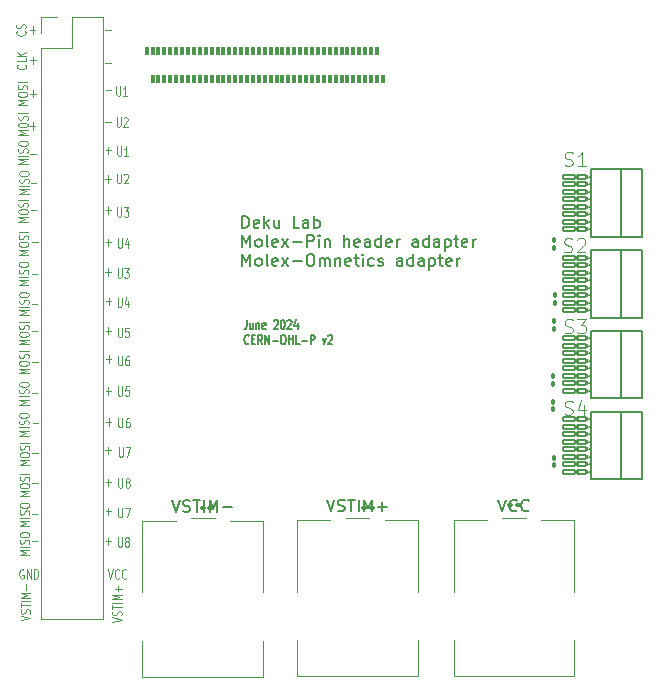
<source format=gbr>
G04 #@! TF.GenerationSoftware,KiCad,Pcbnew,9.0.5*
G04 #@! TF.CreationDate,2025-10-28T18:45:17-07:00*
G04 #@! TF.ProjectId,iris-128b-adapter,69726973-2d31-4323-9862-2d6164617074,rev?*
G04 #@! TF.SameCoordinates,Original*
G04 #@! TF.FileFunction,Legend,Top*
G04 #@! TF.FilePolarity,Positive*
%FSLAX46Y46*%
G04 Gerber Fmt 4.6, Leading zero omitted, Abs format (unit mm)*
G04 Created by KiCad (PCBNEW 9.0.5) date 2025-10-28 18:45:17*
%MOMM*%
%LPD*%
G01*
G04 APERTURE LIST*
G04 Aperture macros list*
%AMRoundRect*
0 Rectangle with rounded corners*
0 $1 Rounding radius*
0 $2 $3 $4 $5 $6 $7 $8 $9 X,Y pos of 4 corners*
0 Add a 4 corners polygon primitive as box body*
4,1,4,$2,$3,$4,$5,$6,$7,$8,$9,$2,$3,0*
0 Add four circle primitives for the rounded corners*
1,1,$1+$1,$2,$3*
1,1,$1+$1,$4,$5*
1,1,$1+$1,$6,$7*
1,1,$1+$1,$8,$9*
0 Add four rect primitives between the rounded corners*
20,1,$1+$1,$2,$3,$4,$5,0*
20,1,$1+$1,$4,$5,$6,$7,0*
20,1,$1+$1,$6,$7,$8,$9,0*
20,1,$1+$1,$8,$9,$2,$3,0*%
G04 Aperture macros list end*
%ADD10C,0.100000*%
%ADD11C,0.150000*%
%ADD12C,0.101600*%
%ADD13C,0.120000*%
%ADD14C,0.127000*%
%ADD15C,2.100000*%
%ADD16RoundRect,0.100000X-0.130000X-0.100000X0.130000X-0.100000X0.130000X0.100000X-0.130000X0.100000X0*%
%ADD17C,1.600000*%
%ADD18R,4.000000X2.000000*%
%ADD19O,3.300000X2.000000*%
%ADD20O,2.000000X3.500000*%
%ADD21RoundRect,0.100000X0.100000X-0.130000X0.100000X0.130000X-0.100000X0.130000X-0.100000X-0.130000X0*%
%ADD22R,1.700000X1.700000*%
%ADD23O,1.700000X1.700000*%
%ADD24RoundRect,0.100000X0.130000X0.100000X-0.130000X0.100000X-0.130000X-0.100000X0.130000X-0.100000X0*%
%ADD25RoundRect,0.101600X0.381000X-0.190500X0.381000X0.190500X-0.381000X0.190500X-0.381000X-0.190500X0*%
%ADD26RoundRect,0.101600X0.508000X-0.190500X0.508000X0.190500X-0.508000X0.190500X-0.508000X-0.190500X0*%
%ADD27RoundRect,0.155000X-0.000010X0.300000X-0.000010X-0.300000X0.000010X-0.300000X0.000010X0.300000X0*%
%ADD28R,1.810000X1.380000*%
%ADD29R,1.950000X1.800000*%
G04 APERTURE END LIST*
D10*
X111097931Y-121034990D02*
X111040789Y-120996895D01*
X111040789Y-120996895D02*
X110955074Y-120996895D01*
X110955074Y-120996895D02*
X110869360Y-121034990D01*
X110869360Y-121034990D02*
X110812217Y-121111180D01*
X110812217Y-121111180D02*
X110783646Y-121187371D01*
X110783646Y-121187371D02*
X110755074Y-121339752D01*
X110755074Y-121339752D02*
X110755074Y-121454038D01*
X110755074Y-121454038D02*
X110783646Y-121606419D01*
X110783646Y-121606419D02*
X110812217Y-121682609D01*
X110812217Y-121682609D02*
X110869360Y-121758800D01*
X110869360Y-121758800D02*
X110955074Y-121796895D01*
X110955074Y-121796895D02*
X111012217Y-121796895D01*
X111012217Y-121796895D02*
X111097931Y-121758800D01*
X111097931Y-121758800D02*
X111126503Y-121720704D01*
X111126503Y-121720704D02*
X111126503Y-121454038D01*
X111126503Y-121454038D02*
X111012217Y-121454038D01*
X111383646Y-121796895D02*
X111383646Y-120996895D01*
X111383646Y-120996895D02*
X111726503Y-121796895D01*
X111726503Y-121796895D02*
X111726503Y-120996895D01*
X112012217Y-121796895D02*
X112012217Y-120996895D01*
X112012217Y-120996895D02*
X112155074Y-120996895D01*
X112155074Y-120996895D02*
X112240788Y-121034990D01*
X112240788Y-121034990D02*
X112297931Y-121111180D01*
X112297931Y-121111180D02*
X112326502Y-121187371D01*
X112326502Y-121187371D02*
X112355074Y-121339752D01*
X112355074Y-121339752D02*
X112355074Y-121454038D01*
X112355074Y-121454038D02*
X112326502Y-121606419D01*
X112326502Y-121606419D02*
X112297931Y-121682609D01*
X112297931Y-121682609D02*
X112240788Y-121758800D01*
X112240788Y-121758800D02*
X112155074Y-121796895D01*
X112155074Y-121796895D02*
X112012217Y-121796895D01*
X118541353Y-90582866D02*
X118084211Y-90582866D01*
X118312782Y-90278104D02*
X118312782Y-90887628D01*
X118516353Y-83157866D02*
X118059211Y-83157866D01*
X119108646Y-100546895D02*
X119108646Y-101194514D01*
X119108646Y-101194514D02*
X119137217Y-101270704D01*
X119137217Y-101270704D02*
X119165789Y-101308800D01*
X119165789Y-101308800D02*
X119222931Y-101346895D01*
X119222931Y-101346895D02*
X119337217Y-101346895D01*
X119337217Y-101346895D02*
X119394360Y-101308800D01*
X119394360Y-101308800D02*
X119422931Y-101270704D01*
X119422931Y-101270704D02*
X119451503Y-101194514D01*
X119451503Y-101194514D02*
X119451503Y-100546895D01*
X120022931Y-100546895D02*
X119737217Y-100546895D01*
X119737217Y-100546895D02*
X119708645Y-100927847D01*
X119708645Y-100927847D02*
X119737217Y-100889752D01*
X119737217Y-100889752D02*
X119794360Y-100851657D01*
X119794360Y-100851657D02*
X119937217Y-100851657D01*
X119937217Y-100851657D02*
X119994360Y-100889752D01*
X119994360Y-100889752D02*
X120022931Y-100927847D01*
X120022931Y-100927847D02*
X120051502Y-101004038D01*
X120051502Y-101004038D02*
X120051502Y-101194514D01*
X120051502Y-101194514D02*
X120022931Y-101270704D01*
X120022931Y-101270704D02*
X119994360Y-101308800D01*
X119994360Y-101308800D02*
X119937217Y-101346895D01*
X119937217Y-101346895D02*
X119794360Y-101346895D01*
X119794360Y-101346895D02*
X119737217Y-101308800D01*
X119737217Y-101308800D02*
X119708645Y-101270704D01*
X111596895Y-119791353D02*
X110796895Y-119791353D01*
X110796895Y-119791353D02*
X111368323Y-119591353D01*
X111368323Y-119591353D02*
X110796895Y-119391353D01*
X110796895Y-119391353D02*
X111596895Y-119391353D01*
X111596895Y-119105639D02*
X110796895Y-119105639D01*
X111558800Y-118848497D02*
X111596895Y-118762783D01*
X111596895Y-118762783D02*
X111596895Y-118619925D01*
X111596895Y-118619925D02*
X111558800Y-118562783D01*
X111558800Y-118562783D02*
X111520704Y-118534211D01*
X111520704Y-118534211D02*
X111444514Y-118505640D01*
X111444514Y-118505640D02*
X111368323Y-118505640D01*
X111368323Y-118505640D02*
X111292133Y-118534211D01*
X111292133Y-118534211D02*
X111254038Y-118562783D01*
X111254038Y-118562783D02*
X111215942Y-118619925D01*
X111215942Y-118619925D02*
X111177847Y-118734211D01*
X111177847Y-118734211D02*
X111139752Y-118791354D01*
X111139752Y-118791354D02*
X111101657Y-118819925D01*
X111101657Y-118819925D02*
X111025466Y-118848497D01*
X111025466Y-118848497D02*
X110949276Y-118848497D01*
X110949276Y-118848497D02*
X110873085Y-118819925D01*
X110873085Y-118819925D02*
X110834990Y-118791354D01*
X110834990Y-118791354D02*
X110796895Y-118734211D01*
X110796895Y-118734211D02*
X110796895Y-118591354D01*
X110796895Y-118591354D02*
X110834990Y-118505640D01*
X110796895Y-118134211D02*
X110796895Y-118019925D01*
X110796895Y-118019925D02*
X110834990Y-117962782D01*
X110834990Y-117962782D02*
X110911180Y-117905639D01*
X110911180Y-117905639D02*
X111063561Y-117877068D01*
X111063561Y-117877068D02*
X111330228Y-117877068D01*
X111330228Y-117877068D02*
X111482609Y-117905639D01*
X111482609Y-117905639D02*
X111558800Y-117962782D01*
X111558800Y-117962782D02*
X111596895Y-118019925D01*
X111596895Y-118019925D02*
X111596895Y-118134211D01*
X111596895Y-118134211D02*
X111558800Y-118191354D01*
X111558800Y-118191354D02*
X111482609Y-118248496D01*
X111482609Y-118248496D02*
X111330228Y-118277068D01*
X111330228Y-118277068D02*
X111063561Y-118277068D01*
X111063561Y-118277068D02*
X110911180Y-118248496D01*
X110911180Y-118248496D02*
X110834990Y-118191354D01*
X110834990Y-118191354D02*
X110796895Y-118134211D01*
X119058646Y-85196895D02*
X119058646Y-85844514D01*
X119058646Y-85844514D02*
X119087217Y-85920704D01*
X119087217Y-85920704D02*
X119115789Y-85958800D01*
X119115789Y-85958800D02*
X119172931Y-85996895D01*
X119172931Y-85996895D02*
X119287217Y-85996895D01*
X119287217Y-85996895D02*
X119344360Y-85958800D01*
X119344360Y-85958800D02*
X119372931Y-85920704D01*
X119372931Y-85920704D02*
X119401503Y-85844514D01*
X119401503Y-85844514D02*
X119401503Y-85196895D01*
X120001502Y-85996895D02*
X119658645Y-85996895D01*
X119830074Y-85996895D02*
X119830074Y-85196895D01*
X119830074Y-85196895D02*
X119772931Y-85311180D01*
X119772931Y-85311180D02*
X119715788Y-85387371D01*
X119715788Y-85387371D02*
X119658645Y-85425466D01*
X112309211Y-113701914D02*
X111852068Y-113701914D01*
D11*
X129661779Y-92099931D02*
X129661779Y-91099931D01*
X129661779Y-91099931D02*
X129899874Y-91099931D01*
X129899874Y-91099931D02*
X130042731Y-91147550D01*
X130042731Y-91147550D02*
X130137969Y-91242788D01*
X130137969Y-91242788D02*
X130185588Y-91338026D01*
X130185588Y-91338026D02*
X130233207Y-91528502D01*
X130233207Y-91528502D02*
X130233207Y-91671359D01*
X130233207Y-91671359D02*
X130185588Y-91861835D01*
X130185588Y-91861835D02*
X130137969Y-91957073D01*
X130137969Y-91957073D02*
X130042731Y-92052312D01*
X130042731Y-92052312D02*
X129899874Y-92099931D01*
X129899874Y-92099931D02*
X129661779Y-92099931D01*
X131042731Y-92052312D02*
X130947493Y-92099931D01*
X130947493Y-92099931D02*
X130757017Y-92099931D01*
X130757017Y-92099931D02*
X130661779Y-92052312D01*
X130661779Y-92052312D02*
X130614160Y-91957073D01*
X130614160Y-91957073D02*
X130614160Y-91576121D01*
X130614160Y-91576121D02*
X130661779Y-91480883D01*
X130661779Y-91480883D02*
X130757017Y-91433264D01*
X130757017Y-91433264D02*
X130947493Y-91433264D01*
X130947493Y-91433264D02*
X131042731Y-91480883D01*
X131042731Y-91480883D02*
X131090350Y-91576121D01*
X131090350Y-91576121D02*
X131090350Y-91671359D01*
X131090350Y-91671359D02*
X130614160Y-91766597D01*
X131518922Y-92099931D02*
X131518922Y-91099931D01*
X131614160Y-91718978D02*
X131899874Y-92099931D01*
X131899874Y-91433264D02*
X131518922Y-91814216D01*
X132757017Y-91433264D02*
X132757017Y-92099931D01*
X132328446Y-91433264D02*
X132328446Y-91957073D01*
X132328446Y-91957073D02*
X132376065Y-92052312D01*
X132376065Y-92052312D02*
X132471303Y-92099931D01*
X132471303Y-92099931D02*
X132614160Y-92099931D01*
X132614160Y-92099931D02*
X132709398Y-92052312D01*
X132709398Y-92052312D02*
X132757017Y-92004692D01*
X134471303Y-92099931D02*
X133995113Y-92099931D01*
X133995113Y-92099931D02*
X133995113Y-91099931D01*
X135233208Y-92099931D02*
X135233208Y-91576121D01*
X135233208Y-91576121D02*
X135185589Y-91480883D01*
X135185589Y-91480883D02*
X135090351Y-91433264D01*
X135090351Y-91433264D02*
X134899875Y-91433264D01*
X134899875Y-91433264D02*
X134804637Y-91480883D01*
X135233208Y-92052312D02*
X135137970Y-92099931D01*
X135137970Y-92099931D02*
X134899875Y-92099931D01*
X134899875Y-92099931D02*
X134804637Y-92052312D01*
X134804637Y-92052312D02*
X134757018Y-91957073D01*
X134757018Y-91957073D02*
X134757018Y-91861835D01*
X134757018Y-91861835D02*
X134804637Y-91766597D01*
X134804637Y-91766597D02*
X134899875Y-91718978D01*
X134899875Y-91718978D02*
X135137970Y-91718978D01*
X135137970Y-91718978D02*
X135233208Y-91671359D01*
X135709399Y-92099931D02*
X135709399Y-91099931D01*
X135709399Y-91480883D02*
X135804637Y-91433264D01*
X135804637Y-91433264D02*
X135995113Y-91433264D01*
X135995113Y-91433264D02*
X136090351Y-91480883D01*
X136090351Y-91480883D02*
X136137970Y-91528502D01*
X136137970Y-91528502D02*
X136185589Y-91623740D01*
X136185589Y-91623740D02*
X136185589Y-91909454D01*
X136185589Y-91909454D02*
X136137970Y-92004692D01*
X136137970Y-92004692D02*
X136090351Y-92052312D01*
X136090351Y-92052312D02*
X135995113Y-92099931D01*
X135995113Y-92099931D02*
X135804637Y-92099931D01*
X135804637Y-92099931D02*
X135709399Y-92052312D01*
X129661779Y-93709875D02*
X129661779Y-92709875D01*
X129661779Y-92709875D02*
X129995112Y-93424160D01*
X129995112Y-93424160D02*
X130328445Y-92709875D01*
X130328445Y-92709875D02*
X130328445Y-93709875D01*
X130947493Y-93709875D02*
X130852255Y-93662256D01*
X130852255Y-93662256D02*
X130804636Y-93614636D01*
X130804636Y-93614636D02*
X130757017Y-93519398D01*
X130757017Y-93519398D02*
X130757017Y-93233684D01*
X130757017Y-93233684D02*
X130804636Y-93138446D01*
X130804636Y-93138446D02*
X130852255Y-93090827D01*
X130852255Y-93090827D02*
X130947493Y-93043208D01*
X130947493Y-93043208D02*
X131090350Y-93043208D01*
X131090350Y-93043208D02*
X131185588Y-93090827D01*
X131185588Y-93090827D02*
X131233207Y-93138446D01*
X131233207Y-93138446D02*
X131280826Y-93233684D01*
X131280826Y-93233684D02*
X131280826Y-93519398D01*
X131280826Y-93519398D02*
X131233207Y-93614636D01*
X131233207Y-93614636D02*
X131185588Y-93662256D01*
X131185588Y-93662256D02*
X131090350Y-93709875D01*
X131090350Y-93709875D02*
X130947493Y-93709875D01*
X131852255Y-93709875D02*
X131757017Y-93662256D01*
X131757017Y-93662256D02*
X131709398Y-93567017D01*
X131709398Y-93567017D02*
X131709398Y-92709875D01*
X132614160Y-93662256D02*
X132518922Y-93709875D01*
X132518922Y-93709875D02*
X132328446Y-93709875D01*
X132328446Y-93709875D02*
X132233208Y-93662256D01*
X132233208Y-93662256D02*
X132185589Y-93567017D01*
X132185589Y-93567017D02*
X132185589Y-93186065D01*
X132185589Y-93186065D02*
X132233208Y-93090827D01*
X132233208Y-93090827D02*
X132328446Y-93043208D01*
X132328446Y-93043208D02*
X132518922Y-93043208D01*
X132518922Y-93043208D02*
X132614160Y-93090827D01*
X132614160Y-93090827D02*
X132661779Y-93186065D01*
X132661779Y-93186065D02*
X132661779Y-93281303D01*
X132661779Y-93281303D02*
X132185589Y-93376541D01*
X132995113Y-93709875D02*
X133518922Y-93043208D01*
X132995113Y-93043208D02*
X133518922Y-93709875D01*
X133899875Y-93328922D02*
X134661780Y-93328922D01*
X135137970Y-93709875D02*
X135137970Y-92709875D01*
X135137970Y-92709875D02*
X135518922Y-92709875D01*
X135518922Y-92709875D02*
X135614160Y-92757494D01*
X135614160Y-92757494D02*
X135661779Y-92805113D01*
X135661779Y-92805113D02*
X135709398Y-92900351D01*
X135709398Y-92900351D02*
X135709398Y-93043208D01*
X135709398Y-93043208D02*
X135661779Y-93138446D01*
X135661779Y-93138446D02*
X135614160Y-93186065D01*
X135614160Y-93186065D02*
X135518922Y-93233684D01*
X135518922Y-93233684D02*
X135137970Y-93233684D01*
X136137970Y-93709875D02*
X136137970Y-93043208D01*
X136137970Y-92709875D02*
X136090351Y-92757494D01*
X136090351Y-92757494D02*
X136137970Y-92805113D01*
X136137970Y-92805113D02*
X136185589Y-92757494D01*
X136185589Y-92757494D02*
X136137970Y-92709875D01*
X136137970Y-92709875D02*
X136137970Y-92805113D01*
X136614160Y-93043208D02*
X136614160Y-93709875D01*
X136614160Y-93138446D02*
X136661779Y-93090827D01*
X136661779Y-93090827D02*
X136757017Y-93043208D01*
X136757017Y-93043208D02*
X136899874Y-93043208D01*
X136899874Y-93043208D02*
X136995112Y-93090827D01*
X136995112Y-93090827D02*
X137042731Y-93186065D01*
X137042731Y-93186065D02*
X137042731Y-93709875D01*
X138280827Y-93709875D02*
X138280827Y-92709875D01*
X138709398Y-93709875D02*
X138709398Y-93186065D01*
X138709398Y-93186065D02*
X138661779Y-93090827D01*
X138661779Y-93090827D02*
X138566541Y-93043208D01*
X138566541Y-93043208D02*
X138423684Y-93043208D01*
X138423684Y-93043208D02*
X138328446Y-93090827D01*
X138328446Y-93090827D02*
X138280827Y-93138446D01*
X139566541Y-93662256D02*
X139471303Y-93709875D01*
X139471303Y-93709875D02*
X139280827Y-93709875D01*
X139280827Y-93709875D02*
X139185589Y-93662256D01*
X139185589Y-93662256D02*
X139137970Y-93567017D01*
X139137970Y-93567017D02*
X139137970Y-93186065D01*
X139137970Y-93186065D02*
X139185589Y-93090827D01*
X139185589Y-93090827D02*
X139280827Y-93043208D01*
X139280827Y-93043208D02*
X139471303Y-93043208D01*
X139471303Y-93043208D02*
X139566541Y-93090827D01*
X139566541Y-93090827D02*
X139614160Y-93186065D01*
X139614160Y-93186065D02*
X139614160Y-93281303D01*
X139614160Y-93281303D02*
X139137970Y-93376541D01*
X140471303Y-93709875D02*
X140471303Y-93186065D01*
X140471303Y-93186065D02*
X140423684Y-93090827D01*
X140423684Y-93090827D02*
X140328446Y-93043208D01*
X140328446Y-93043208D02*
X140137970Y-93043208D01*
X140137970Y-93043208D02*
X140042732Y-93090827D01*
X140471303Y-93662256D02*
X140376065Y-93709875D01*
X140376065Y-93709875D02*
X140137970Y-93709875D01*
X140137970Y-93709875D02*
X140042732Y-93662256D01*
X140042732Y-93662256D02*
X139995113Y-93567017D01*
X139995113Y-93567017D02*
X139995113Y-93471779D01*
X139995113Y-93471779D02*
X140042732Y-93376541D01*
X140042732Y-93376541D02*
X140137970Y-93328922D01*
X140137970Y-93328922D02*
X140376065Y-93328922D01*
X140376065Y-93328922D02*
X140471303Y-93281303D01*
X141376065Y-93709875D02*
X141376065Y-92709875D01*
X141376065Y-93662256D02*
X141280827Y-93709875D01*
X141280827Y-93709875D02*
X141090351Y-93709875D01*
X141090351Y-93709875D02*
X140995113Y-93662256D01*
X140995113Y-93662256D02*
X140947494Y-93614636D01*
X140947494Y-93614636D02*
X140899875Y-93519398D01*
X140899875Y-93519398D02*
X140899875Y-93233684D01*
X140899875Y-93233684D02*
X140947494Y-93138446D01*
X140947494Y-93138446D02*
X140995113Y-93090827D01*
X140995113Y-93090827D02*
X141090351Y-93043208D01*
X141090351Y-93043208D02*
X141280827Y-93043208D01*
X141280827Y-93043208D02*
X141376065Y-93090827D01*
X142233208Y-93662256D02*
X142137970Y-93709875D01*
X142137970Y-93709875D02*
X141947494Y-93709875D01*
X141947494Y-93709875D02*
X141852256Y-93662256D01*
X141852256Y-93662256D02*
X141804637Y-93567017D01*
X141804637Y-93567017D02*
X141804637Y-93186065D01*
X141804637Y-93186065D02*
X141852256Y-93090827D01*
X141852256Y-93090827D02*
X141947494Y-93043208D01*
X141947494Y-93043208D02*
X142137970Y-93043208D01*
X142137970Y-93043208D02*
X142233208Y-93090827D01*
X142233208Y-93090827D02*
X142280827Y-93186065D01*
X142280827Y-93186065D02*
X142280827Y-93281303D01*
X142280827Y-93281303D02*
X141804637Y-93376541D01*
X142709399Y-93709875D02*
X142709399Y-93043208D01*
X142709399Y-93233684D02*
X142757018Y-93138446D01*
X142757018Y-93138446D02*
X142804637Y-93090827D01*
X142804637Y-93090827D02*
X142899875Y-93043208D01*
X142899875Y-93043208D02*
X142995113Y-93043208D01*
X144518923Y-93709875D02*
X144518923Y-93186065D01*
X144518923Y-93186065D02*
X144471304Y-93090827D01*
X144471304Y-93090827D02*
X144376066Y-93043208D01*
X144376066Y-93043208D02*
X144185590Y-93043208D01*
X144185590Y-93043208D02*
X144090352Y-93090827D01*
X144518923Y-93662256D02*
X144423685Y-93709875D01*
X144423685Y-93709875D02*
X144185590Y-93709875D01*
X144185590Y-93709875D02*
X144090352Y-93662256D01*
X144090352Y-93662256D02*
X144042733Y-93567017D01*
X144042733Y-93567017D02*
X144042733Y-93471779D01*
X144042733Y-93471779D02*
X144090352Y-93376541D01*
X144090352Y-93376541D02*
X144185590Y-93328922D01*
X144185590Y-93328922D02*
X144423685Y-93328922D01*
X144423685Y-93328922D02*
X144518923Y-93281303D01*
X145423685Y-93709875D02*
X145423685Y-92709875D01*
X145423685Y-93662256D02*
X145328447Y-93709875D01*
X145328447Y-93709875D02*
X145137971Y-93709875D01*
X145137971Y-93709875D02*
X145042733Y-93662256D01*
X145042733Y-93662256D02*
X144995114Y-93614636D01*
X144995114Y-93614636D02*
X144947495Y-93519398D01*
X144947495Y-93519398D02*
X144947495Y-93233684D01*
X144947495Y-93233684D02*
X144995114Y-93138446D01*
X144995114Y-93138446D02*
X145042733Y-93090827D01*
X145042733Y-93090827D02*
X145137971Y-93043208D01*
X145137971Y-93043208D02*
X145328447Y-93043208D01*
X145328447Y-93043208D02*
X145423685Y-93090827D01*
X146328447Y-93709875D02*
X146328447Y-93186065D01*
X146328447Y-93186065D02*
X146280828Y-93090827D01*
X146280828Y-93090827D02*
X146185590Y-93043208D01*
X146185590Y-93043208D02*
X145995114Y-93043208D01*
X145995114Y-93043208D02*
X145899876Y-93090827D01*
X146328447Y-93662256D02*
X146233209Y-93709875D01*
X146233209Y-93709875D02*
X145995114Y-93709875D01*
X145995114Y-93709875D02*
X145899876Y-93662256D01*
X145899876Y-93662256D02*
X145852257Y-93567017D01*
X145852257Y-93567017D02*
X145852257Y-93471779D01*
X145852257Y-93471779D02*
X145899876Y-93376541D01*
X145899876Y-93376541D02*
X145995114Y-93328922D01*
X145995114Y-93328922D02*
X146233209Y-93328922D01*
X146233209Y-93328922D02*
X146328447Y-93281303D01*
X146804638Y-93043208D02*
X146804638Y-94043208D01*
X146804638Y-93090827D02*
X146899876Y-93043208D01*
X146899876Y-93043208D02*
X147090352Y-93043208D01*
X147090352Y-93043208D02*
X147185590Y-93090827D01*
X147185590Y-93090827D02*
X147233209Y-93138446D01*
X147233209Y-93138446D02*
X147280828Y-93233684D01*
X147280828Y-93233684D02*
X147280828Y-93519398D01*
X147280828Y-93519398D02*
X147233209Y-93614636D01*
X147233209Y-93614636D02*
X147185590Y-93662256D01*
X147185590Y-93662256D02*
X147090352Y-93709875D01*
X147090352Y-93709875D02*
X146899876Y-93709875D01*
X146899876Y-93709875D02*
X146804638Y-93662256D01*
X147566543Y-93043208D02*
X147947495Y-93043208D01*
X147709400Y-92709875D02*
X147709400Y-93567017D01*
X147709400Y-93567017D02*
X147757019Y-93662256D01*
X147757019Y-93662256D02*
X147852257Y-93709875D01*
X147852257Y-93709875D02*
X147947495Y-93709875D01*
X148661781Y-93662256D02*
X148566543Y-93709875D01*
X148566543Y-93709875D02*
X148376067Y-93709875D01*
X148376067Y-93709875D02*
X148280829Y-93662256D01*
X148280829Y-93662256D02*
X148233210Y-93567017D01*
X148233210Y-93567017D02*
X148233210Y-93186065D01*
X148233210Y-93186065D02*
X148280829Y-93090827D01*
X148280829Y-93090827D02*
X148376067Y-93043208D01*
X148376067Y-93043208D02*
X148566543Y-93043208D01*
X148566543Y-93043208D02*
X148661781Y-93090827D01*
X148661781Y-93090827D02*
X148709400Y-93186065D01*
X148709400Y-93186065D02*
X148709400Y-93281303D01*
X148709400Y-93281303D02*
X148233210Y-93376541D01*
X149137972Y-93709875D02*
X149137972Y-93043208D01*
X149137972Y-93233684D02*
X149185591Y-93138446D01*
X149185591Y-93138446D02*
X149233210Y-93090827D01*
X149233210Y-93090827D02*
X149328448Y-93043208D01*
X149328448Y-93043208D02*
X149423686Y-93043208D01*
X129661779Y-95319819D02*
X129661779Y-94319819D01*
X129661779Y-94319819D02*
X129995112Y-95034104D01*
X129995112Y-95034104D02*
X130328445Y-94319819D01*
X130328445Y-94319819D02*
X130328445Y-95319819D01*
X130947493Y-95319819D02*
X130852255Y-95272200D01*
X130852255Y-95272200D02*
X130804636Y-95224580D01*
X130804636Y-95224580D02*
X130757017Y-95129342D01*
X130757017Y-95129342D02*
X130757017Y-94843628D01*
X130757017Y-94843628D02*
X130804636Y-94748390D01*
X130804636Y-94748390D02*
X130852255Y-94700771D01*
X130852255Y-94700771D02*
X130947493Y-94653152D01*
X130947493Y-94653152D02*
X131090350Y-94653152D01*
X131090350Y-94653152D02*
X131185588Y-94700771D01*
X131185588Y-94700771D02*
X131233207Y-94748390D01*
X131233207Y-94748390D02*
X131280826Y-94843628D01*
X131280826Y-94843628D02*
X131280826Y-95129342D01*
X131280826Y-95129342D02*
X131233207Y-95224580D01*
X131233207Y-95224580D02*
X131185588Y-95272200D01*
X131185588Y-95272200D02*
X131090350Y-95319819D01*
X131090350Y-95319819D02*
X130947493Y-95319819D01*
X131852255Y-95319819D02*
X131757017Y-95272200D01*
X131757017Y-95272200D02*
X131709398Y-95176961D01*
X131709398Y-95176961D02*
X131709398Y-94319819D01*
X132614160Y-95272200D02*
X132518922Y-95319819D01*
X132518922Y-95319819D02*
X132328446Y-95319819D01*
X132328446Y-95319819D02*
X132233208Y-95272200D01*
X132233208Y-95272200D02*
X132185589Y-95176961D01*
X132185589Y-95176961D02*
X132185589Y-94796009D01*
X132185589Y-94796009D02*
X132233208Y-94700771D01*
X132233208Y-94700771D02*
X132328446Y-94653152D01*
X132328446Y-94653152D02*
X132518922Y-94653152D01*
X132518922Y-94653152D02*
X132614160Y-94700771D01*
X132614160Y-94700771D02*
X132661779Y-94796009D01*
X132661779Y-94796009D02*
X132661779Y-94891247D01*
X132661779Y-94891247D02*
X132185589Y-94986485D01*
X132995113Y-95319819D02*
X133518922Y-94653152D01*
X132995113Y-94653152D02*
X133518922Y-95319819D01*
X133899875Y-94938866D02*
X134661780Y-94938866D01*
X135328446Y-94319819D02*
X135518922Y-94319819D01*
X135518922Y-94319819D02*
X135614160Y-94367438D01*
X135614160Y-94367438D02*
X135709398Y-94462676D01*
X135709398Y-94462676D02*
X135757017Y-94653152D01*
X135757017Y-94653152D02*
X135757017Y-94986485D01*
X135757017Y-94986485D02*
X135709398Y-95176961D01*
X135709398Y-95176961D02*
X135614160Y-95272200D01*
X135614160Y-95272200D02*
X135518922Y-95319819D01*
X135518922Y-95319819D02*
X135328446Y-95319819D01*
X135328446Y-95319819D02*
X135233208Y-95272200D01*
X135233208Y-95272200D02*
X135137970Y-95176961D01*
X135137970Y-95176961D02*
X135090351Y-94986485D01*
X135090351Y-94986485D02*
X135090351Y-94653152D01*
X135090351Y-94653152D02*
X135137970Y-94462676D01*
X135137970Y-94462676D02*
X135233208Y-94367438D01*
X135233208Y-94367438D02*
X135328446Y-94319819D01*
X136185589Y-95319819D02*
X136185589Y-94653152D01*
X136185589Y-94748390D02*
X136233208Y-94700771D01*
X136233208Y-94700771D02*
X136328446Y-94653152D01*
X136328446Y-94653152D02*
X136471303Y-94653152D01*
X136471303Y-94653152D02*
X136566541Y-94700771D01*
X136566541Y-94700771D02*
X136614160Y-94796009D01*
X136614160Y-94796009D02*
X136614160Y-95319819D01*
X136614160Y-94796009D02*
X136661779Y-94700771D01*
X136661779Y-94700771D02*
X136757017Y-94653152D01*
X136757017Y-94653152D02*
X136899874Y-94653152D01*
X136899874Y-94653152D02*
X136995113Y-94700771D01*
X136995113Y-94700771D02*
X137042732Y-94796009D01*
X137042732Y-94796009D02*
X137042732Y-95319819D01*
X137518922Y-94653152D02*
X137518922Y-95319819D01*
X137518922Y-94748390D02*
X137566541Y-94700771D01*
X137566541Y-94700771D02*
X137661779Y-94653152D01*
X137661779Y-94653152D02*
X137804636Y-94653152D01*
X137804636Y-94653152D02*
X137899874Y-94700771D01*
X137899874Y-94700771D02*
X137947493Y-94796009D01*
X137947493Y-94796009D02*
X137947493Y-95319819D01*
X138804636Y-95272200D02*
X138709398Y-95319819D01*
X138709398Y-95319819D02*
X138518922Y-95319819D01*
X138518922Y-95319819D02*
X138423684Y-95272200D01*
X138423684Y-95272200D02*
X138376065Y-95176961D01*
X138376065Y-95176961D02*
X138376065Y-94796009D01*
X138376065Y-94796009D02*
X138423684Y-94700771D01*
X138423684Y-94700771D02*
X138518922Y-94653152D01*
X138518922Y-94653152D02*
X138709398Y-94653152D01*
X138709398Y-94653152D02*
X138804636Y-94700771D01*
X138804636Y-94700771D02*
X138852255Y-94796009D01*
X138852255Y-94796009D02*
X138852255Y-94891247D01*
X138852255Y-94891247D02*
X138376065Y-94986485D01*
X139137970Y-94653152D02*
X139518922Y-94653152D01*
X139280827Y-94319819D02*
X139280827Y-95176961D01*
X139280827Y-95176961D02*
X139328446Y-95272200D01*
X139328446Y-95272200D02*
X139423684Y-95319819D01*
X139423684Y-95319819D02*
X139518922Y-95319819D01*
X139852256Y-95319819D02*
X139852256Y-94653152D01*
X139852256Y-94319819D02*
X139804637Y-94367438D01*
X139804637Y-94367438D02*
X139852256Y-94415057D01*
X139852256Y-94415057D02*
X139899875Y-94367438D01*
X139899875Y-94367438D02*
X139852256Y-94319819D01*
X139852256Y-94319819D02*
X139852256Y-94415057D01*
X140757017Y-95272200D02*
X140661779Y-95319819D01*
X140661779Y-95319819D02*
X140471303Y-95319819D01*
X140471303Y-95319819D02*
X140376065Y-95272200D01*
X140376065Y-95272200D02*
X140328446Y-95224580D01*
X140328446Y-95224580D02*
X140280827Y-95129342D01*
X140280827Y-95129342D02*
X140280827Y-94843628D01*
X140280827Y-94843628D02*
X140328446Y-94748390D01*
X140328446Y-94748390D02*
X140376065Y-94700771D01*
X140376065Y-94700771D02*
X140471303Y-94653152D01*
X140471303Y-94653152D02*
X140661779Y-94653152D01*
X140661779Y-94653152D02*
X140757017Y-94700771D01*
X141137970Y-95272200D02*
X141233208Y-95319819D01*
X141233208Y-95319819D02*
X141423684Y-95319819D01*
X141423684Y-95319819D02*
X141518922Y-95272200D01*
X141518922Y-95272200D02*
X141566541Y-95176961D01*
X141566541Y-95176961D02*
X141566541Y-95129342D01*
X141566541Y-95129342D02*
X141518922Y-95034104D01*
X141518922Y-95034104D02*
X141423684Y-94986485D01*
X141423684Y-94986485D02*
X141280827Y-94986485D01*
X141280827Y-94986485D02*
X141185589Y-94938866D01*
X141185589Y-94938866D02*
X141137970Y-94843628D01*
X141137970Y-94843628D02*
X141137970Y-94796009D01*
X141137970Y-94796009D02*
X141185589Y-94700771D01*
X141185589Y-94700771D02*
X141280827Y-94653152D01*
X141280827Y-94653152D02*
X141423684Y-94653152D01*
X141423684Y-94653152D02*
X141518922Y-94700771D01*
X143185589Y-95319819D02*
X143185589Y-94796009D01*
X143185589Y-94796009D02*
X143137970Y-94700771D01*
X143137970Y-94700771D02*
X143042732Y-94653152D01*
X143042732Y-94653152D02*
X142852256Y-94653152D01*
X142852256Y-94653152D02*
X142757018Y-94700771D01*
X143185589Y-95272200D02*
X143090351Y-95319819D01*
X143090351Y-95319819D02*
X142852256Y-95319819D01*
X142852256Y-95319819D02*
X142757018Y-95272200D01*
X142757018Y-95272200D02*
X142709399Y-95176961D01*
X142709399Y-95176961D02*
X142709399Y-95081723D01*
X142709399Y-95081723D02*
X142757018Y-94986485D01*
X142757018Y-94986485D02*
X142852256Y-94938866D01*
X142852256Y-94938866D02*
X143090351Y-94938866D01*
X143090351Y-94938866D02*
X143185589Y-94891247D01*
X144090351Y-95319819D02*
X144090351Y-94319819D01*
X144090351Y-95272200D02*
X143995113Y-95319819D01*
X143995113Y-95319819D02*
X143804637Y-95319819D01*
X143804637Y-95319819D02*
X143709399Y-95272200D01*
X143709399Y-95272200D02*
X143661780Y-95224580D01*
X143661780Y-95224580D02*
X143614161Y-95129342D01*
X143614161Y-95129342D02*
X143614161Y-94843628D01*
X143614161Y-94843628D02*
X143661780Y-94748390D01*
X143661780Y-94748390D02*
X143709399Y-94700771D01*
X143709399Y-94700771D02*
X143804637Y-94653152D01*
X143804637Y-94653152D02*
X143995113Y-94653152D01*
X143995113Y-94653152D02*
X144090351Y-94700771D01*
X144995113Y-95319819D02*
X144995113Y-94796009D01*
X144995113Y-94796009D02*
X144947494Y-94700771D01*
X144947494Y-94700771D02*
X144852256Y-94653152D01*
X144852256Y-94653152D02*
X144661780Y-94653152D01*
X144661780Y-94653152D02*
X144566542Y-94700771D01*
X144995113Y-95272200D02*
X144899875Y-95319819D01*
X144899875Y-95319819D02*
X144661780Y-95319819D01*
X144661780Y-95319819D02*
X144566542Y-95272200D01*
X144566542Y-95272200D02*
X144518923Y-95176961D01*
X144518923Y-95176961D02*
X144518923Y-95081723D01*
X144518923Y-95081723D02*
X144566542Y-94986485D01*
X144566542Y-94986485D02*
X144661780Y-94938866D01*
X144661780Y-94938866D02*
X144899875Y-94938866D01*
X144899875Y-94938866D02*
X144995113Y-94891247D01*
X145471304Y-94653152D02*
X145471304Y-95653152D01*
X145471304Y-94700771D02*
X145566542Y-94653152D01*
X145566542Y-94653152D02*
X145757018Y-94653152D01*
X145757018Y-94653152D02*
X145852256Y-94700771D01*
X145852256Y-94700771D02*
X145899875Y-94748390D01*
X145899875Y-94748390D02*
X145947494Y-94843628D01*
X145947494Y-94843628D02*
X145947494Y-95129342D01*
X145947494Y-95129342D02*
X145899875Y-95224580D01*
X145899875Y-95224580D02*
X145852256Y-95272200D01*
X145852256Y-95272200D02*
X145757018Y-95319819D01*
X145757018Y-95319819D02*
X145566542Y-95319819D01*
X145566542Y-95319819D02*
X145471304Y-95272200D01*
X146233209Y-94653152D02*
X146614161Y-94653152D01*
X146376066Y-94319819D02*
X146376066Y-95176961D01*
X146376066Y-95176961D02*
X146423685Y-95272200D01*
X146423685Y-95272200D02*
X146518923Y-95319819D01*
X146518923Y-95319819D02*
X146614161Y-95319819D01*
X147328447Y-95272200D02*
X147233209Y-95319819D01*
X147233209Y-95319819D02*
X147042733Y-95319819D01*
X147042733Y-95319819D02*
X146947495Y-95272200D01*
X146947495Y-95272200D02*
X146899876Y-95176961D01*
X146899876Y-95176961D02*
X146899876Y-94796009D01*
X146899876Y-94796009D02*
X146947495Y-94700771D01*
X146947495Y-94700771D02*
X147042733Y-94653152D01*
X147042733Y-94653152D02*
X147233209Y-94653152D01*
X147233209Y-94653152D02*
X147328447Y-94700771D01*
X147328447Y-94700771D02*
X147376066Y-94796009D01*
X147376066Y-94796009D02*
X147376066Y-94891247D01*
X147376066Y-94891247D02*
X146899876Y-94986485D01*
X147804638Y-95319819D02*
X147804638Y-94653152D01*
X147804638Y-94843628D02*
X147852257Y-94748390D01*
X147852257Y-94748390D02*
X147899876Y-94700771D01*
X147899876Y-94700771D02*
X147995114Y-94653152D01*
X147995114Y-94653152D02*
X148090352Y-94653152D01*
D10*
X118541353Y-93332866D02*
X118084211Y-93332866D01*
X118312782Y-93028104D02*
X118312782Y-93637628D01*
X112284211Y-106101914D02*
X111827068Y-106101914D01*
X118646895Y-125477068D02*
X119446895Y-125277068D01*
X119446895Y-125277068D02*
X118646895Y-125077068D01*
X119408800Y-124905639D02*
X119446895Y-124819925D01*
X119446895Y-124819925D02*
X119446895Y-124677067D01*
X119446895Y-124677067D02*
X119408800Y-124619925D01*
X119408800Y-124619925D02*
X119370704Y-124591353D01*
X119370704Y-124591353D02*
X119294514Y-124562782D01*
X119294514Y-124562782D02*
X119218323Y-124562782D01*
X119218323Y-124562782D02*
X119142133Y-124591353D01*
X119142133Y-124591353D02*
X119104038Y-124619925D01*
X119104038Y-124619925D02*
X119065942Y-124677067D01*
X119065942Y-124677067D02*
X119027847Y-124791353D01*
X119027847Y-124791353D02*
X118989752Y-124848496D01*
X118989752Y-124848496D02*
X118951657Y-124877067D01*
X118951657Y-124877067D02*
X118875466Y-124905639D01*
X118875466Y-124905639D02*
X118799276Y-124905639D01*
X118799276Y-124905639D02*
X118723085Y-124877067D01*
X118723085Y-124877067D02*
X118684990Y-124848496D01*
X118684990Y-124848496D02*
X118646895Y-124791353D01*
X118646895Y-124791353D02*
X118646895Y-124648496D01*
X118646895Y-124648496D02*
X118684990Y-124562782D01*
X118646895Y-124391353D02*
X118646895Y-124048496D01*
X119446895Y-124219924D02*
X118646895Y-124219924D01*
X119446895Y-123848495D02*
X118646895Y-123848495D01*
X119446895Y-123562781D02*
X118646895Y-123562781D01*
X118646895Y-123562781D02*
X119218323Y-123362781D01*
X119218323Y-123362781D02*
X118646895Y-123162781D01*
X118646895Y-123162781D02*
X119446895Y-123162781D01*
X119142133Y-122877067D02*
X119142133Y-122419925D01*
X119446895Y-122648496D02*
X118837371Y-122648496D01*
X119208646Y-110696895D02*
X119208646Y-111344514D01*
X119208646Y-111344514D02*
X119237217Y-111420704D01*
X119237217Y-111420704D02*
X119265789Y-111458800D01*
X119265789Y-111458800D02*
X119322931Y-111496895D01*
X119322931Y-111496895D02*
X119437217Y-111496895D01*
X119437217Y-111496895D02*
X119494360Y-111458800D01*
X119494360Y-111458800D02*
X119522931Y-111420704D01*
X119522931Y-111420704D02*
X119551503Y-111344514D01*
X119551503Y-111344514D02*
X119551503Y-110696895D01*
X119780074Y-110696895D02*
X120180074Y-110696895D01*
X120180074Y-110696895D02*
X119922931Y-111496895D01*
X119133646Y-102946895D02*
X119133646Y-103594514D01*
X119133646Y-103594514D02*
X119162217Y-103670704D01*
X119162217Y-103670704D02*
X119190789Y-103708800D01*
X119190789Y-103708800D02*
X119247931Y-103746895D01*
X119247931Y-103746895D02*
X119362217Y-103746895D01*
X119362217Y-103746895D02*
X119419360Y-103708800D01*
X119419360Y-103708800D02*
X119447931Y-103670704D01*
X119447931Y-103670704D02*
X119476503Y-103594514D01*
X119476503Y-103594514D02*
X119476503Y-102946895D01*
X120019360Y-102946895D02*
X119905074Y-102946895D01*
X119905074Y-102946895D02*
X119847931Y-102984990D01*
X119847931Y-102984990D02*
X119819360Y-103023085D01*
X119819360Y-103023085D02*
X119762217Y-103137371D01*
X119762217Y-103137371D02*
X119733645Y-103289752D01*
X119733645Y-103289752D02*
X119733645Y-103594514D01*
X119733645Y-103594514D02*
X119762217Y-103670704D01*
X119762217Y-103670704D02*
X119790788Y-103708800D01*
X119790788Y-103708800D02*
X119847931Y-103746895D01*
X119847931Y-103746895D02*
X119962217Y-103746895D01*
X119962217Y-103746895D02*
X120019360Y-103708800D01*
X120019360Y-103708800D02*
X120047931Y-103670704D01*
X120047931Y-103670704D02*
X120076502Y-103594514D01*
X120076502Y-103594514D02*
X120076502Y-103404038D01*
X120076502Y-103404038D02*
X120047931Y-103327847D01*
X120047931Y-103327847D02*
X120019360Y-103289752D01*
X120019360Y-103289752D02*
X119962217Y-103251657D01*
X119962217Y-103251657D02*
X119847931Y-103251657D01*
X119847931Y-103251657D02*
X119790788Y-103289752D01*
X119790788Y-103289752D02*
X119762217Y-103327847D01*
X119762217Y-103327847D02*
X119733645Y-103404038D01*
X112359211Y-108626914D02*
X111902068Y-108626914D01*
X111471895Y-84241353D02*
X110671895Y-84241353D01*
X110671895Y-84241353D02*
X111243323Y-84041353D01*
X111243323Y-84041353D02*
X110671895Y-83841353D01*
X110671895Y-83841353D02*
X111471895Y-83841353D01*
X110671895Y-83441354D02*
X110671895Y-83327068D01*
X110671895Y-83327068D02*
X110709990Y-83269925D01*
X110709990Y-83269925D02*
X110786180Y-83212782D01*
X110786180Y-83212782D02*
X110938561Y-83184211D01*
X110938561Y-83184211D02*
X111205228Y-83184211D01*
X111205228Y-83184211D02*
X111357609Y-83212782D01*
X111357609Y-83212782D02*
X111433800Y-83269925D01*
X111433800Y-83269925D02*
X111471895Y-83327068D01*
X111471895Y-83327068D02*
X111471895Y-83441354D01*
X111471895Y-83441354D02*
X111433800Y-83498497D01*
X111433800Y-83498497D02*
X111357609Y-83555639D01*
X111357609Y-83555639D02*
X111205228Y-83584211D01*
X111205228Y-83584211D02*
X110938561Y-83584211D01*
X110938561Y-83584211D02*
X110786180Y-83555639D01*
X110786180Y-83555639D02*
X110709990Y-83498497D01*
X110709990Y-83498497D02*
X110671895Y-83441354D01*
X111433800Y-82955640D02*
X111471895Y-82869926D01*
X111471895Y-82869926D02*
X111471895Y-82727068D01*
X111471895Y-82727068D02*
X111433800Y-82669926D01*
X111433800Y-82669926D02*
X111395704Y-82641354D01*
X111395704Y-82641354D02*
X111319514Y-82612783D01*
X111319514Y-82612783D02*
X111243323Y-82612783D01*
X111243323Y-82612783D02*
X111167133Y-82641354D01*
X111167133Y-82641354D02*
X111129038Y-82669926D01*
X111129038Y-82669926D02*
X111090942Y-82727068D01*
X111090942Y-82727068D02*
X111052847Y-82841354D01*
X111052847Y-82841354D02*
X111014752Y-82898497D01*
X111014752Y-82898497D02*
X110976657Y-82927068D01*
X110976657Y-82927068D02*
X110900466Y-82955640D01*
X110900466Y-82955640D02*
X110824276Y-82955640D01*
X110824276Y-82955640D02*
X110748085Y-82927068D01*
X110748085Y-82927068D02*
X110709990Y-82898497D01*
X110709990Y-82898497D02*
X110671895Y-82841354D01*
X110671895Y-82841354D02*
X110671895Y-82698497D01*
X110671895Y-82698497D02*
X110709990Y-82612783D01*
X111471895Y-82355639D02*
X110671895Y-82355639D01*
X119008646Y-82721895D02*
X119008646Y-83369514D01*
X119008646Y-83369514D02*
X119037217Y-83445704D01*
X119037217Y-83445704D02*
X119065789Y-83483800D01*
X119065789Y-83483800D02*
X119122931Y-83521895D01*
X119122931Y-83521895D02*
X119237217Y-83521895D01*
X119237217Y-83521895D02*
X119294360Y-83483800D01*
X119294360Y-83483800D02*
X119322931Y-83445704D01*
X119322931Y-83445704D02*
X119351503Y-83369514D01*
X119351503Y-83369514D02*
X119351503Y-82721895D01*
X119608645Y-82798085D02*
X119637217Y-82759990D01*
X119637217Y-82759990D02*
X119694360Y-82721895D01*
X119694360Y-82721895D02*
X119837217Y-82721895D01*
X119837217Y-82721895D02*
X119894360Y-82759990D01*
X119894360Y-82759990D02*
X119922931Y-82798085D01*
X119922931Y-82798085D02*
X119951502Y-82874276D01*
X119951502Y-82874276D02*
X119951502Y-82950466D01*
X119951502Y-82950466D02*
X119922931Y-83064752D01*
X119922931Y-83064752D02*
X119580074Y-83521895D01*
X119580074Y-83521895D02*
X119951502Y-83521895D01*
X112284211Y-116326914D02*
X111827068Y-116326914D01*
X111521895Y-94366353D02*
X110721895Y-94366353D01*
X110721895Y-94366353D02*
X111293323Y-94166353D01*
X111293323Y-94166353D02*
X110721895Y-93966353D01*
X110721895Y-93966353D02*
X111521895Y-93966353D01*
X110721895Y-93566354D02*
X110721895Y-93452068D01*
X110721895Y-93452068D02*
X110759990Y-93394925D01*
X110759990Y-93394925D02*
X110836180Y-93337782D01*
X110836180Y-93337782D02*
X110988561Y-93309211D01*
X110988561Y-93309211D02*
X111255228Y-93309211D01*
X111255228Y-93309211D02*
X111407609Y-93337782D01*
X111407609Y-93337782D02*
X111483800Y-93394925D01*
X111483800Y-93394925D02*
X111521895Y-93452068D01*
X111521895Y-93452068D02*
X111521895Y-93566354D01*
X111521895Y-93566354D02*
X111483800Y-93623497D01*
X111483800Y-93623497D02*
X111407609Y-93680639D01*
X111407609Y-93680639D02*
X111255228Y-93709211D01*
X111255228Y-93709211D02*
X110988561Y-93709211D01*
X110988561Y-93709211D02*
X110836180Y-93680639D01*
X110836180Y-93680639D02*
X110759990Y-93623497D01*
X110759990Y-93623497D02*
X110721895Y-93566354D01*
X111483800Y-93080640D02*
X111521895Y-92994926D01*
X111521895Y-92994926D02*
X111521895Y-92852068D01*
X111521895Y-92852068D02*
X111483800Y-92794926D01*
X111483800Y-92794926D02*
X111445704Y-92766354D01*
X111445704Y-92766354D02*
X111369514Y-92737783D01*
X111369514Y-92737783D02*
X111293323Y-92737783D01*
X111293323Y-92737783D02*
X111217133Y-92766354D01*
X111217133Y-92766354D02*
X111179038Y-92794926D01*
X111179038Y-92794926D02*
X111140942Y-92852068D01*
X111140942Y-92852068D02*
X111102847Y-92966354D01*
X111102847Y-92966354D02*
X111064752Y-93023497D01*
X111064752Y-93023497D02*
X111026657Y-93052068D01*
X111026657Y-93052068D02*
X110950466Y-93080640D01*
X110950466Y-93080640D02*
X110874276Y-93080640D01*
X110874276Y-93080640D02*
X110798085Y-93052068D01*
X110798085Y-93052068D02*
X110759990Y-93023497D01*
X110759990Y-93023497D02*
X110721895Y-92966354D01*
X110721895Y-92966354D02*
X110721895Y-92823497D01*
X110721895Y-92823497D02*
X110759990Y-92737783D01*
X111521895Y-92480639D02*
X110721895Y-92480639D01*
X118272931Y-120996895D02*
X118472931Y-121796895D01*
X118472931Y-121796895D02*
X118672931Y-120996895D01*
X119215789Y-121720704D02*
X119187217Y-121758800D01*
X119187217Y-121758800D02*
X119101503Y-121796895D01*
X119101503Y-121796895D02*
X119044360Y-121796895D01*
X119044360Y-121796895D02*
X118958646Y-121758800D01*
X118958646Y-121758800D02*
X118901503Y-121682609D01*
X118901503Y-121682609D02*
X118872932Y-121606419D01*
X118872932Y-121606419D02*
X118844360Y-121454038D01*
X118844360Y-121454038D02*
X118844360Y-121339752D01*
X118844360Y-121339752D02*
X118872932Y-121187371D01*
X118872932Y-121187371D02*
X118901503Y-121111180D01*
X118901503Y-121111180D02*
X118958646Y-121034990D01*
X118958646Y-121034990D02*
X119044360Y-120996895D01*
X119044360Y-120996895D02*
X119101503Y-120996895D01*
X119101503Y-120996895D02*
X119187217Y-121034990D01*
X119187217Y-121034990D02*
X119215789Y-121073085D01*
X119815789Y-121720704D02*
X119787217Y-121758800D01*
X119787217Y-121758800D02*
X119701503Y-121796895D01*
X119701503Y-121796895D02*
X119644360Y-121796895D01*
X119644360Y-121796895D02*
X119558646Y-121758800D01*
X119558646Y-121758800D02*
X119501503Y-121682609D01*
X119501503Y-121682609D02*
X119472932Y-121606419D01*
X119472932Y-121606419D02*
X119444360Y-121454038D01*
X119444360Y-121454038D02*
X119444360Y-121339752D01*
X119444360Y-121339752D02*
X119472932Y-121187371D01*
X119472932Y-121187371D02*
X119501503Y-121111180D01*
X119501503Y-121111180D02*
X119558646Y-121034990D01*
X119558646Y-121034990D02*
X119644360Y-120996895D01*
X119644360Y-120996895D02*
X119701503Y-120996895D01*
X119701503Y-120996895D02*
X119787217Y-121034990D01*
X119787217Y-121034990D02*
X119815789Y-121073085D01*
X119108646Y-118296895D02*
X119108646Y-118944514D01*
X119108646Y-118944514D02*
X119137217Y-119020704D01*
X119137217Y-119020704D02*
X119165789Y-119058800D01*
X119165789Y-119058800D02*
X119222931Y-119096895D01*
X119222931Y-119096895D02*
X119337217Y-119096895D01*
X119337217Y-119096895D02*
X119394360Y-119058800D01*
X119394360Y-119058800D02*
X119422931Y-119020704D01*
X119422931Y-119020704D02*
X119451503Y-118944514D01*
X119451503Y-118944514D02*
X119451503Y-118296895D01*
X119822931Y-118639752D02*
X119765788Y-118601657D01*
X119765788Y-118601657D02*
X119737217Y-118563561D01*
X119737217Y-118563561D02*
X119708645Y-118487371D01*
X119708645Y-118487371D02*
X119708645Y-118449276D01*
X119708645Y-118449276D02*
X119737217Y-118373085D01*
X119737217Y-118373085D02*
X119765788Y-118334990D01*
X119765788Y-118334990D02*
X119822931Y-118296895D01*
X119822931Y-118296895D02*
X119937217Y-118296895D01*
X119937217Y-118296895D02*
X119994360Y-118334990D01*
X119994360Y-118334990D02*
X120022931Y-118373085D01*
X120022931Y-118373085D02*
X120051502Y-118449276D01*
X120051502Y-118449276D02*
X120051502Y-118487371D01*
X120051502Y-118487371D02*
X120022931Y-118563561D01*
X120022931Y-118563561D02*
X119994360Y-118601657D01*
X119994360Y-118601657D02*
X119937217Y-118639752D01*
X119937217Y-118639752D02*
X119822931Y-118639752D01*
X119822931Y-118639752D02*
X119765788Y-118677847D01*
X119765788Y-118677847D02*
X119737217Y-118715942D01*
X119737217Y-118715942D02*
X119708645Y-118792133D01*
X119708645Y-118792133D02*
X119708645Y-118944514D01*
X119708645Y-118944514D02*
X119737217Y-119020704D01*
X119737217Y-119020704D02*
X119765788Y-119058800D01*
X119765788Y-119058800D02*
X119822931Y-119096895D01*
X119822931Y-119096895D02*
X119937217Y-119096895D01*
X119937217Y-119096895D02*
X119994360Y-119058800D01*
X119994360Y-119058800D02*
X120022931Y-119020704D01*
X120022931Y-119020704D02*
X120051502Y-118944514D01*
X120051502Y-118944514D02*
X120051502Y-118792133D01*
X120051502Y-118792133D02*
X120022931Y-118715942D01*
X120022931Y-118715942D02*
X119994360Y-118677847D01*
X119994360Y-118677847D02*
X119937217Y-118639752D01*
X119158646Y-115821895D02*
X119158646Y-116469514D01*
X119158646Y-116469514D02*
X119187217Y-116545704D01*
X119187217Y-116545704D02*
X119215789Y-116583800D01*
X119215789Y-116583800D02*
X119272931Y-116621895D01*
X119272931Y-116621895D02*
X119387217Y-116621895D01*
X119387217Y-116621895D02*
X119444360Y-116583800D01*
X119444360Y-116583800D02*
X119472931Y-116545704D01*
X119472931Y-116545704D02*
X119501503Y-116469514D01*
X119501503Y-116469514D02*
X119501503Y-115821895D01*
X119730074Y-115821895D02*
X120130074Y-115821895D01*
X120130074Y-115821895D02*
X119872931Y-116621895D01*
X119058646Y-90371895D02*
X119058646Y-91019514D01*
X119058646Y-91019514D02*
X119087217Y-91095704D01*
X119087217Y-91095704D02*
X119115789Y-91133800D01*
X119115789Y-91133800D02*
X119172931Y-91171895D01*
X119172931Y-91171895D02*
X119287217Y-91171895D01*
X119287217Y-91171895D02*
X119344360Y-91133800D01*
X119344360Y-91133800D02*
X119372931Y-91095704D01*
X119372931Y-91095704D02*
X119401503Y-91019514D01*
X119401503Y-91019514D02*
X119401503Y-90371895D01*
X119630074Y-90371895D02*
X120001502Y-90371895D01*
X120001502Y-90371895D02*
X119801502Y-90676657D01*
X119801502Y-90676657D02*
X119887217Y-90676657D01*
X119887217Y-90676657D02*
X119944360Y-90714752D01*
X119944360Y-90714752D02*
X119972931Y-90752847D01*
X119972931Y-90752847D02*
X120001502Y-90829038D01*
X120001502Y-90829038D02*
X120001502Y-91019514D01*
X120001502Y-91019514D02*
X119972931Y-91095704D01*
X119972931Y-91095704D02*
X119944360Y-91133800D01*
X119944360Y-91133800D02*
X119887217Y-91171895D01*
X119887217Y-91171895D02*
X119715788Y-91171895D01*
X119715788Y-91171895D02*
X119658645Y-91133800D01*
X119658645Y-91133800D02*
X119630074Y-91095704D01*
X118566353Y-98332866D02*
X118109211Y-98332866D01*
X118337782Y-98028104D02*
X118337782Y-98637628D01*
D11*
X130012969Y-99881340D02*
X130012969Y-100452768D01*
X130012969Y-100452768D02*
X129984398Y-100567054D01*
X129984398Y-100567054D02*
X129927255Y-100643245D01*
X129927255Y-100643245D02*
X129841541Y-100681340D01*
X129841541Y-100681340D02*
X129784398Y-100681340D01*
X130555827Y-100148006D02*
X130555827Y-100681340D01*
X130298684Y-100148006D02*
X130298684Y-100567054D01*
X130298684Y-100567054D02*
X130327255Y-100643245D01*
X130327255Y-100643245D02*
X130384398Y-100681340D01*
X130384398Y-100681340D02*
X130470112Y-100681340D01*
X130470112Y-100681340D02*
X130527255Y-100643245D01*
X130527255Y-100643245D02*
X130555827Y-100605149D01*
X130841541Y-100148006D02*
X130841541Y-100681340D01*
X130841541Y-100224197D02*
X130870112Y-100186102D01*
X130870112Y-100186102D02*
X130927255Y-100148006D01*
X130927255Y-100148006D02*
X131012969Y-100148006D01*
X131012969Y-100148006D02*
X131070112Y-100186102D01*
X131070112Y-100186102D02*
X131098684Y-100262292D01*
X131098684Y-100262292D02*
X131098684Y-100681340D01*
X131612969Y-100643245D02*
X131555826Y-100681340D01*
X131555826Y-100681340D02*
X131441541Y-100681340D01*
X131441541Y-100681340D02*
X131384398Y-100643245D01*
X131384398Y-100643245D02*
X131355826Y-100567054D01*
X131355826Y-100567054D02*
X131355826Y-100262292D01*
X131355826Y-100262292D02*
X131384398Y-100186102D01*
X131384398Y-100186102D02*
X131441541Y-100148006D01*
X131441541Y-100148006D02*
X131555826Y-100148006D01*
X131555826Y-100148006D02*
X131612969Y-100186102D01*
X131612969Y-100186102D02*
X131641541Y-100262292D01*
X131641541Y-100262292D02*
X131641541Y-100338483D01*
X131641541Y-100338483D02*
X131355826Y-100414673D01*
X132327255Y-99957530D02*
X132355827Y-99919435D01*
X132355827Y-99919435D02*
X132412970Y-99881340D01*
X132412970Y-99881340D02*
X132555827Y-99881340D01*
X132555827Y-99881340D02*
X132612970Y-99919435D01*
X132612970Y-99919435D02*
X132641541Y-99957530D01*
X132641541Y-99957530D02*
X132670112Y-100033721D01*
X132670112Y-100033721D02*
X132670112Y-100109911D01*
X132670112Y-100109911D02*
X132641541Y-100224197D01*
X132641541Y-100224197D02*
X132298684Y-100681340D01*
X132298684Y-100681340D02*
X132670112Y-100681340D01*
X133041541Y-99881340D02*
X133098684Y-99881340D01*
X133098684Y-99881340D02*
X133155827Y-99919435D01*
X133155827Y-99919435D02*
X133184399Y-99957530D01*
X133184399Y-99957530D02*
X133212970Y-100033721D01*
X133212970Y-100033721D02*
X133241541Y-100186102D01*
X133241541Y-100186102D02*
X133241541Y-100376578D01*
X133241541Y-100376578D02*
X133212970Y-100528959D01*
X133212970Y-100528959D02*
X133184399Y-100605149D01*
X133184399Y-100605149D02*
X133155827Y-100643245D01*
X133155827Y-100643245D02*
X133098684Y-100681340D01*
X133098684Y-100681340D02*
X133041541Y-100681340D01*
X133041541Y-100681340D02*
X132984399Y-100643245D01*
X132984399Y-100643245D02*
X132955827Y-100605149D01*
X132955827Y-100605149D02*
X132927256Y-100528959D01*
X132927256Y-100528959D02*
X132898684Y-100376578D01*
X132898684Y-100376578D02*
X132898684Y-100186102D01*
X132898684Y-100186102D02*
X132927256Y-100033721D01*
X132927256Y-100033721D02*
X132955827Y-99957530D01*
X132955827Y-99957530D02*
X132984399Y-99919435D01*
X132984399Y-99919435D02*
X133041541Y-99881340D01*
X133470113Y-99957530D02*
X133498685Y-99919435D01*
X133498685Y-99919435D02*
X133555828Y-99881340D01*
X133555828Y-99881340D02*
X133698685Y-99881340D01*
X133698685Y-99881340D02*
X133755828Y-99919435D01*
X133755828Y-99919435D02*
X133784399Y-99957530D01*
X133784399Y-99957530D02*
X133812970Y-100033721D01*
X133812970Y-100033721D02*
X133812970Y-100109911D01*
X133812970Y-100109911D02*
X133784399Y-100224197D01*
X133784399Y-100224197D02*
X133441542Y-100681340D01*
X133441542Y-100681340D02*
X133812970Y-100681340D01*
X134327257Y-100148006D02*
X134327257Y-100681340D01*
X134184399Y-99843245D02*
X134041542Y-100414673D01*
X134041542Y-100414673D02*
X134412971Y-100414673D01*
X130184398Y-101893104D02*
X130155826Y-101931200D01*
X130155826Y-101931200D02*
X130070112Y-101969295D01*
X130070112Y-101969295D02*
X130012969Y-101969295D01*
X130012969Y-101969295D02*
X129927255Y-101931200D01*
X129927255Y-101931200D02*
X129870112Y-101855009D01*
X129870112Y-101855009D02*
X129841541Y-101778819D01*
X129841541Y-101778819D02*
X129812969Y-101626438D01*
X129812969Y-101626438D02*
X129812969Y-101512152D01*
X129812969Y-101512152D02*
X129841541Y-101359771D01*
X129841541Y-101359771D02*
X129870112Y-101283580D01*
X129870112Y-101283580D02*
X129927255Y-101207390D01*
X129927255Y-101207390D02*
X130012969Y-101169295D01*
X130012969Y-101169295D02*
X130070112Y-101169295D01*
X130070112Y-101169295D02*
X130155826Y-101207390D01*
X130155826Y-101207390D02*
X130184398Y-101245485D01*
X130441541Y-101550247D02*
X130641541Y-101550247D01*
X130727255Y-101969295D02*
X130441541Y-101969295D01*
X130441541Y-101969295D02*
X130441541Y-101169295D01*
X130441541Y-101169295D02*
X130727255Y-101169295D01*
X131327255Y-101969295D02*
X131127255Y-101588342D01*
X130984398Y-101969295D02*
X130984398Y-101169295D01*
X130984398Y-101169295D02*
X131212969Y-101169295D01*
X131212969Y-101169295D02*
X131270112Y-101207390D01*
X131270112Y-101207390D02*
X131298683Y-101245485D01*
X131298683Y-101245485D02*
X131327255Y-101321676D01*
X131327255Y-101321676D02*
X131327255Y-101435961D01*
X131327255Y-101435961D02*
X131298683Y-101512152D01*
X131298683Y-101512152D02*
X131270112Y-101550247D01*
X131270112Y-101550247D02*
X131212969Y-101588342D01*
X131212969Y-101588342D02*
X130984398Y-101588342D01*
X131584398Y-101969295D02*
X131584398Y-101169295D01*
X131584398Y-101169295D02*
X131927255Y-101969295D01*
X131927255Y-101969295D02*
X131927255Y-101169295D01*
X132212969Y-101664533D02*
X132670112Y-101664533D01*
X133070111Y-101169295D02*
X133184397Y-101169295D01*
X133184397Y-101169295D02*
X133241540Y-101207390D01*
X133241540Y-101207390D02*
X133298683Y-101283580D01*
X133298683Y-101283580D02*
X133327254Y-101435961D01*
X133327254Y-101435961D02*
X133327254Y-101702628D01*
X133327254Y-101702628D02*
X133298683Y-101855009D01*
X133298683Y-101855009D02*
X133241540Y-101931200D01*
X133241540Y-101931200D02*
X133184397Y-101969295D01*
X133184397Y-101969295D02*
X133070111Y-101969295D01*
X133070111Y-101969295D02*
X133012969Y-101931200D01*
X133012969Y-101931200D02*
X132955826Y-101855009D01*
X132955826Y-101855009D02*
X132927254Y-101702628D01*
X132927254Y-101702628D02*
X132927254Y-101435961D01*
X132927254Y-101435961D02*
X132955826Y-101283580D01*
X132955826Y-101283580D02*
X133012969Y-101207390D01*
X133012969Y-101207390D02*
X133070111Y-101169295D01*
X133584397Y-101969295D02*
X133584397Y-101169295D01*
X133584397Y-101550247D02*
X133927254Y-101550247D01*
X133927254Y-101969295D02*
X133927254Y-101169295D01*
X134498682Y-101969295D02*
X134212968Y-101969295D01*
X134212968Y-101969295D02*
X134212968Y-101169295D01*
X134698682Y-101664533D02*
X135155825Y-101664533D01*
X135441539Y-101969295D02*
X135441539Y-101169295D01*
X135441539Y-101169295D02*
X135670110Y-101169295D01*
X135670110Y-101169295D02*
X135727253Y-101207390D01*
X135727253Y-101207390D02*
X135755824Y-101245485D01*
X135755824Y-101245485D02*
X135784396Y-101321676D01*
X135784396Y-101321676D02*
X135784396Y-101435961D01*
X135784396Y-101435961D02*
X135755824Y-101512152D01*
X135755824Y-101512152D02*
X135727253Y-101550247D01*
X135727253Y-101550247D02*
X135670110Y-101588342D01*
X135670110Y-101588342D02*
X135441539Y-101588342D01*
X136441539Y-101435961D02*
X136584396Y-101969295D01*
X136584396Y-101969295D02*
X136727253Y-101435961D01*
X136927253Y-101245485D02*
X136955825Y-101207390D01*
X136955825Y-101207390D02*
X137012968Y-101169295D01*
X137012968Y-101169295D02*
X137155825Y-101169295D01*
X137155825Y-101169295D02*
X137212968Y-101207390D01*
X137212968Y-101207390D02*
X137241539Y-101245485D01*
X137241539Y-101245485D02*
X137270110Y-101321676D01*
X137270110Y-101321676D02*
X137270110Y-101397866D01*
X137270110Y-101397866D02*
X137241539Y-101512152D01*
X137241539Y-101512152D02*
X136898682Y-101969295D01*
X136898682Y-101969295D02*
X137270110Y-101969295D01*
D10*
X112209211Y-90576914D02*
X111752068Y-90576914D01*
X119158646Y-108196895D02*
X119158646Y-108844514D01*
X119158646Y-108844514D02*
X119187217Y-108920704D01*
X119187217Y-108920704D02*
X119215789Y-108958800D01*
X119215789Y-108958800D02*
X119272931Y-108996895D01*
X119272931Y-108996895D02*
X119387217Y-108996895D01*
X119387217Y-108996895D02*
X119444360Y-108958800D01*
X119444360Y-108958800D02*
X119472931Y-108920704D01*
X119472931Y-108920704D02*
X119501503Y-108844514D01*
X119501503Y-108844514D02*
X119501503Y-108196895D01*
X120044360Y-108196895D02*
X119930074Y-108196895D01*
X119930074Y-108196895D02*
X119872931Y-108234990D01*
X119872931Y-108234990D02*
X119844360Y-108273085D01*
X119844360Y-108273085D02*
X119787217Y-108387371D01*
X119787217Y-108387371D02*
X119758645Y-108539752D01*
X119758645Y-108539752D02*
X119758645Y-108844514D01*
X119758645Y-108844514D02*
X119787217Y-108920704D01*
X119787217Y-108920704D02*
X119815788Y-108958800D01*
X119815788Y-108958800D02*
X119872931Y-108996895D01*
X119872931Y-108996895D02*
X119987217Y-108996895D01*
X119987217Y-108996895D02*
X120044360Y-108958800D01*
X120044360Y-108958800D02*
X120072931Y-108920704D01*
X120072931Y-108920704D02*
X120101502Y-108844514D01*
X120101502Y-108844514D02*
X120101502Y-108654038D01*
X120101502Y-108654038D02*
X120072931Y-108577847D01*
X120072931Y-108577847D02*
X120044360Y-108539752D01*
X120044360Y-108539752D02*
X119987217Y-108501657D01*
X119987217Y-108501657D02*
X119872931Y-108501657D01*
X119872931Y-108501657D02*
X119815788Y-108539752D01*
X119815788Y-108539752D02*
X119787217Y-108577847D01*
X119787217Y-108577847D02*
X119758645Y-108654038D01*
X118491353Y-75357866D02*
X118034211Y-75357866D01*
X111571895Y-107066353D02*
X110771895Y-107066353D01*
X110771895Y-107066353D02*
X111343323Y-106866353D01*
X111343323Y-106866353D02*
X110771895Y-106666353D01*
X110771895Y-106666353D02*
X111571895Y-106666353D01*
X111571895Y-106380639D02*
X110771895Y-106380639D01*
X111533800Y-106123497D02*
X111571895Y-106037783D01*
X111571895Y-106037783D02*
X111571895Y-105894925D01*
X111571895Y-105894925D02*
X111533800Y-105837783D01*
X111533800Y-105837783D02*
X111495704Y-105809211D01*
X111495704Y-105809211D02*
X111419514Y-105780640D01*
X111419514Y-105780640D02*
X111343323Y-105780640D01*
X111343323Y-105780640D02*
X111267133Y-105809211D01*
X111267133Y-105809211D02*
X111229038Y-105837783D01*
X111229038Y-105837783D02*
X111190942Y-105894925D01*
X111190942Y-105894925D02*
X111152847Y-106009211D01*
X111152847Y-106009211D02*
X111114752Y-106066354D01*
X111114752Y-106066354D02*
X111076657Y-106094925D01*
X111076657Y-106094925D02*
X111000466Y-106123497D01*
X111000466Y-106123497D02*
X110924276Y-106123497D01*
X110924276Y-106123497D02*
X110848085Y-106094925D01*
X110848085Y-106094925D02*
X110809990Y-106066354D01*
X110809990Y-106066354D02*
X110771895Y-106009211D01*
X110771895Y-106009211D02*
X110771895Y-105866354D01*
X110771895Y-105866354D02*
X110809990Y-105780640D01*
X110771895Y-105409211D02*
X110771895Y-105294925D01*
X110771895Y-105294925D02*
X110809990Y-105237782D01*
X110809990Y-105237782D02*
X110886180Y-105180639D01*
X110886180Y-105180639D02*
X111038561Y-105152068D01*
X111038561Y-105152068D02*
X111305228Y-105152068D01*
X111305228Y-105152068D02*
X111457609Y-105180639D01*
X111457609Y-105180639D02*
X111533800Y-105237782D01*
X111533800Y-105237782D02*
X111571895Y-105294925D01*
X111571895Y-105294925D02*
X111571895Y-105409211D01*
X111571895Y-105409211D02*
X111533800Y-105466354D01*
X111533800Y-105466354D02*
X111457609Y-105523496D01*
X111457609Y-105523496D02*
X111305228Y-105552068D01*
X111305228Y-105552068D02*
X111038561Y-105552068D01*
X111038561Y-105552068D02*
X110886180Y-105523496D01*
X110886180Y-105523496D02*
X110809990Y-105466354D01*
X110809990Y-105466354D02*
X110771895Y-105409211D01*
X111496895Y-91591353D02*
X110696895Y-91591353D01*
X110696895Y-91591353D02*
X111268323Y-91391353D01*
X111268323Y-91391353D02*
X110696895Y-91191353D01*
X110696895Y-91191353D02*
X111496895Y-91191353D01*
X110696895Y-90791354D02*
X110696895Y-90677068D01*
X110696895Y-90677068D02*
X110734990Y-90619925D01*
X110734990Y-90619925D02*
X110811180Y-90562782D01*
X110811180Y-90562782D02*
X110963561Y-90534211D01*
X110963561Y-90534211D02*
X111230228Y-90534211D01*
X111230228Y-90534211D02*
X111382609Y-90562782D01*
X111382609Y-90562782D02*
X111458800Y-90619925D01*
X111458800Y-90619925D02*
X111496895Y-90677068D01*
X111496895Y-90677068D02*
X111496895Y-90791354D01*
X111496895Y-90791354D02*
X111458800Y-90848497D01*
X111458800Y-90848497D02*
X111382609Y-90905639D01*
X111382609Y-90905639D02*
X111230228Y-90934211D01*
X111230228Y-90934211D02*
X110963561Y-90934211D01*
X110963561Y-90934211D02*
X110811180Y-90905639D01*
X110811180Y-90905639D02*
X110734990Y-90848497D01*
X110734990Y-90848497D02*
X110696895Y-90791354D01*
X111458800Y-90305640D02*
X111496895Y-90219926D01*
X111496895Y-90219926D02*
X111496895Y-90077068D01*
X111496895Y-90077068D02*
X111458800Y-90019926D01*
X111458800Y-90019926D02*
X111420704Y-89991354D01*
X111420704Y-89991354D02*
X111344514Y-89962783D01*
X111344514Y-89962783D02*
X111268323Y-89962783D01*
X111268323Y-89962783D02*
X111192133Y-89991354D01*
X111192133Y-89991354D02*
X111154038Y-90019926D01*
X111154038Y-90019926D02*
X111115942Y-90077068D01*
X111115942Y-90077068D02*
X111077847Y-90191354D01*
X111077847Y-90191354D02*
X111039752Y-90248497D01*
X111039752Y-90248497D02*
X111001657Y-90277068D01*
X111001657Y-90277068D02*
X110925466Y-90305640D01*
X110925466Y-90305640D02*
X110849276Y-90305640D01*
X110849276Y-90305640D02*
X110773085Y-90277068D01*
X110773085Y-90277068D02*
X110734990Y-90248497D01*
X110734990Y-90248497D02*
X110696895Y-90191354D01*
X110696895Y-90191354D02*
X110696895Y-90048497D01*
X110696895Y-90048497D02*
X110734990Y-89962783D01*
X111496895Y-89705639D02*
X110696895Y-89705639D01*
X111546895Y-104416353D02*
X110746895Y-104416353D01*
X110746895Y-104416353D02*
X111318323Y-104216353D01*
X111318323Y-104216353D02*
X110746895Y-104016353D01*
X110746895Y-104016353D02*
X111546895Y-104016353D01*
X110746895Y-103616354D02*
X110746895Y-103502068D01*
X110746895Y-103502068D02*
X110784990Y-103444925D01*
X110784990Y-103444925D02*
X110861180Y-103387782D01*
X110861180Y-103387782D02*
X111013561Y-103359211D01*
X111013561Y-103359211D02*
X111280228Y-103359211D01*
X111280228Y-103359211D02*
X111432609Y-103387782D01*
X111432609Y-103387782D02*
X111508800Y-103444925D01*
X111508800Y-103444925D02*
X111546895Y-103502068D01*
X111546895Y-103502068D02*
X111546895Y-103616354D01*
X111546895Y-103616354D02*
X111508800Y-103673497D01*
X111508800Y-103673497D02*
X111432609Y-103730639D01*
X111432609Y-103730639D02*
X111280228Y-103759211D01*
X111280228Y-103759211D02*
X111013561Y-103759211D01*
X111013561Y-103759211D02*
X110861180Y-103730639D01*
X110861180Y-103730639D02*
X110784990Y-103673497D01*
X110784990Y-103673497D02*
X110746895Y-103616354D01*
X111508800Y-103130640D02*
X111546895Y-103044926D01*
X111546895Y-103044926D02*
X111546895Y-102902068D01*
X111546895Y-102902068D02*
X111508800Y-102844926D01*
X111508800Y-102844926D02*
X111470704Y-102816354D01*
X111470704Y-102816354D02*
X111394514Y-102787783D01*
X111394514Y-102787783D02*
X111318323Y-102787783D01*
X111318323Y-102787783D02*
X111242133Y-102816354D01*
X111242133Y-102816354D02*
X111204038Y-102844926D01*
X111204038Y-102844926D02*
X111165942Y-102902068D01*
X111165942Y-102902068D02*
X111127847Y-103016354D01*
X111127847Y-103016354D02*
X111089752Y-103073497D01*
X111089752Y-103073497D02*
X111051657Y-103102068D01*
X111051657Y-103102068D02*
X110975466Y-103130640D01*
X110975466Y-103130640D02*
X110899276Y-103130640D01*
X110899276Y-103130640D02*
X110823085Y-103102068D01*
X110823085Y-103102068D02*
X110784990Y-103073497D01*
X110784990Y-103073497D02*
X110746895Y-103016354D01*
X110746895Y-103016354D02*
X110746895Y-102873497D01*
X110746895Y-102873497D02*
X110784990Y-102787783D01*
X111546895Y-102530639D02*
X110746895Y-102530639D01*
X111546895Y-109691353D02*
X110746895Y-109691353D01*
X110746895Y-109691353D02*
X111318323Y-109491353D01*
X111318323Y-109491353D02*
X110746895Y-109291353D01*
X110746895Y-109291353D02*
X111546895Y-109291353D01*
X111546895Y-109005639D02*
X110746895Y-109005639D01*
X111508800Y-108748497D02*
X111546895Y-108662783D01*
X111546895Y-108662783D02*
X111546895Y-108519925D01*
X111546895Y-108519925D02*
X111508800Y-108462783D01*
X111508800Y-108462783D02*
X111470704Y-108434211D01*
X111470704Y-108434211D02*
X111394514Y-108405640D01*
X111394514Y-108405640D02*
X111318323Y-108405640D01*
X111318323Y-108405640D02*
X111242133Y-108434211D01*
X111242133Y-108434211D02*
X111204038Y-108462783D01*
X111204038Y-108462783D02*
X111165942Y-108519925D01*
X111165942Y-108519925D02*
X111127847Y-108634211D01*
X111127847Y-108634211D02*
X111089752Y-108691354D01*
X111089752Y-108691354D02*
X111051657Y-108719925D01*
X111051657Y-108719925D02*
X110975466Y-108748497D01*
X110975466Y-108748497D02*
X110899276Y-108748497D01*
X110899276Y-108748497D02*
X110823085Y-108719925D01*
X110823085Y-108719925D02*
X110784990Y-108691354D01*
X110784990Y-108691354D02*
X110746895Y-108634211D01*
X110746895Y-108634211D02*
X110746895Y-108491354D01*
X110746895Y-108491354D02*
X110784990Y-108405640D01*
X110746895Y-108034211D02*
X110746895Y-107919925D01*
X110746895Y-107919925D02*
X110784990Y-107862782D01*
X110784990Y-107862782D02*
X110861180Y-107805639D01*
X110861180Y-107805639D02*
X111013561Y-107777068D01*
X111013561Y-107777068D02*
X111280228Y-107777068D01*
X111280228Y-107777068D02*
X111432609Y-107805639D01*
X111432609Y-107805639D02*
X111508800Y-107862782D01*
X111508800Y-107862782D02*
X111546895Y-107919925D01*
X111546895Y-107919925D02*
X111546895Y-108034211D01*
X111546895Y-108034211D02*
X111508800Y-108091354D01*
X111508800Y-108091354D02*
X111432609Y-108148496D01*
X111432609Y-108148496D02*
X111280228Y-108177068D01*
X111280228Y-108177068D02*
X111013561Y-108177068D01*
X111013561Y-108177068D02*
X110861180Y-108148496D01*
X110861180Y-108148496D02*
X110784990Y-108091354D01*
X110784990Y-108091354D02*
X110746895Y-108034211D01*
X118566353Y-103207866D02*
X118109211Y-103207866D01*
X118337782Y-102903104D02*
X118337782Y-103512628D01*
X118541353Y-80407866D02*
X118084211Y-80407866D01*
X112216353Y-88307866D02*
X111759211Y-88307866D01*
X111621895Y-114791353D02*
X110821895Y-114791353D01*
X110821895Y-114791353D02*
X111393323Y-114591353D01*
X111393323Y-114591353D02*
X110821895Y-114391353D01*
X110821895Y-114391353D02*
X111621895Y-114391353D01*
X110821895Y-113991354D02*
X110821895Y-113877068D01*
X110821895Y-113877068D02*
X110859990Y-113819925D01*
X110859990Y-113819925D02*
X110936180Y-113762782D01*
X110936180Y-113762782D02*
X111088561Y-113734211D01*
X111088561Y-113734211D02*
X111355228Y-113734211D01*
X111355228Y-113734211D02*
X111507609Y-113762782D01*
X111507609Y-113762782D02*
X111583800Y-113819925D01*
X111583800Y-113819925D02*
X111621895Y-113877068D01*
X111621895Y-113877068D02*
X111621895Y-113991354D01*
X111621895Y-113991354D02*
X111583800Y-114048497D01*
X111583800Y-114048497D02*
X111507609Y-114105639D01*
X111507609Y-114105639D02*
X111355228Y-114134211D01*
X111355228Y-114134211D02*
X111088561Y-114134211D01*
X111088561Y-114134211D02*
X110936180Y-114105639D01*
X110936180Y-114105639D02*
X110859990Y-114048497D01*
X110859990Y-114048497D02*
X110821895Y-113991354D01*
X111583800Y-113505640D02*
X111621895Y-113419926D01*
X111621895Y-113419926D02*
X111621895Y-113277068D01*
X111621895Y-113277068D02*
X111583800Y-113219926D01*
X111583800Y-113219926D02*
X111545704Y-113191354D01*
X111545704Y-113191354D02*
X111469514Y-113162783D01*
X111469514Y-113162783D02*
X111393323Y-113162783D01*
X111393323Y-113162783D02*
X111317133Y-113191354D01*
X111317133Y-113191354D02*
X111279038Y-113219926D01*
X111279038Y-113219926D02*
X111240942Y-113277068D01*
X111240942Y-113277068D02*
X111202847Y-113391354D01*
X111202847Y-113391354D02*
X111164752Y-113448497D01*
X111164752Y-113448497D02*
X111126657Y-113477068D01*
X111126657Y-113477068D02*
X111050466Y-113505640D01*
X111050466Y-113505640D02*
X110974276Y-113505640D01*
X110974276Y-113505640D02*
X110898085Y-113477068D01*
X110898085Y-113477068D02*
X110859990Y-113448497D01*
X110859990Y-113448497D02*
X110821895Y-113391354D01*
X110821895Y-113391354D02*
X110821895Y-113248497D01*
X110821895Y-113248497D02*
X110859990Y-113162783D01*
X111621895Y-112905639D02*
X110821895Y-112905639D01*
X112116353Y-83482866D02*
X111659211Y-83482866D01*
X111887782Y-83178104D02*
X111887782Y-83787628D01*
X118541353Y-113632866D02*
X118084211Y-113632866D01*
X118312782Y-113328104D02*
X118312782Y-113937628D01*
X118566353Y-108532866D02*
X118109211Y-108532866D01*
X118337782Y-108228104D02*
X118337782Y-108837628D01*
X111596895Y-112166353D02*
X110796895Y-112166353D01*
X110796895Y-112166353D02*
X111368323Y-111966353D01*
X111368323Y-111966353D02*
X110796895Y-111766353D01*
X110796895Y-111766353D02*
X111596895Y-111766353D01*
X110796895Y-111366354D02*
X110796895Y-111252068D01*
X110796895Y-111252068D02*
X110834990Y-111194925D01*
X110834990Y-111194925D02*
X110911180Y-111137782D01*
X110911180Y-111137782D02*
X111063561Y-111109211D01*
X111063561Y-111109211D02*
X111330228Y-111109211D01*
X111330228Y-111109211D02*
X111482609Y-111137782D01*
X111482609Y-111137782D02*
X111558800Y-111194925D01*
X111558800Y-111194925D02*
X111596895Y-111252068D01*
X111596895Y-111252068D02*
X111596895Y-111366354D01*
X111596895Y-111366354D02*
X111558800Y-111423497D01*
X111558800Y-111423497D02*
X111482609Y-111480639D01*
X111482609Y-111480639D02*
X111330228Y-111509211D01*
X111330228Y-111509211D02*
X111063561Y-111509211D01*
X111063561Y-111509211D02*
X110911180Y-111480639D01*
X110911180Y-111480639D02*
X110834990Y-111423497D01*
X110834990Y-111423497D02*
X110796895Y-111366354D01*
X111558800Y-110880640D02*
X111596895Y-110794926D01*
X111596895Y-110794926D02*
X111596895Y-110652068D01*
X111596895Y-110652068D02*
X111558800Y-110594926D01*
X111558800Y-110594926D02*
X111520704Y-110566354D01*
X111520704Y-110566354D02*
X111444514Y-110537783D01*
X111444514Y-110537783D02*
X111368323Y-110537783D01*
X111368323Y-110537783D02*
X111292133Y-110566354D01*
X111292133Y-110566354D02*
X111254038Y-110594926D01*
X111254038Y-110594926D02*
X111215942Y-110652068D01*
X111215942Y-110652068D02*
X111177847Y-110766354D01*
X111177847Y-110766354D02*
X111139752Y-110823497D01*
X111139752Y-110823497D02*
X111101657Y-110852068D01*
X111101657Y-110852068D02*
X111025466Y-110880640D01*
X111025466Y-110880640D02*
X110949276Y-110880640D01*
X110949276Y-110880640D02*
X110873085Y-110852068D01*
X110873085Y-110852068D02*
X110834990Y-110823497D01*
X110834990Y-110823497D02*
X110796895Y-110766354D01*
X110796895Y-110766354D02*
X110796895Y-110623497D01*
X110796895Y-110623497D02*
X110834990Y-110537783D01*
X111596895Y-110280639D02*
X110796895Y-110280639D01*
X112141353Y-85857866D02*
X111684211Y-85857866D01*
X112266353Y-98532866D02*
X111809211Y-98532866D01*
X112116353Y-75357866D02*
X111659211Y-75357866D01*
X111887782Y-75053104D02*
X111887782Y-75662628D01*
X112141353Y-77932866D02*
X111684211Y-77932866D01*
X111912782Y-77628104D02*
X111912782Y-78237628D01*
X111232749Y-75448496D02*
X111270845Y-75477068D01*
X111270845Y-75477068D02*
X111308940Y-75562782D01*
X111308940Y-75562782D02*
X111308940Y-75619925D01*
X111308940Y-75619925D02*
X111270845Y-75705639D01*
X111270845Y-75705639D02*
X111194654Y-75762782D01*
X111194654Y-75762782D02*
X111118464Y-75791353D01*
X111118464Y-75791353D02*
X110966083Y-75819925D01*
X110966083Y-75819925D02*
X110851797Y-75819925D01*
X110851797Y-75819925D02*
X110699416Y-75791353D01*
X110699416Y-75791353D02*
X110623225Y-75762782D01*
X110623225Y-75762782D02*
X110547035Y-75705639D01*
X110547035Y-75705639D02*
X110508940Y-75619925D01*
X110508940Y-75619925D02*
X110508940Y-75562782D01*
X110508940Y-75562782D02*
X110547035Y-75477068D01*
X110547035Y-75477068D02*
X110585130Y-75448496D01*
X111270845Y-75219925D02*
X111308940Y-75134211D01*
X111308940Y-75134211D02*
X111308940Y-74991353D01*
X111308940Y-74991353D02*
X111270845Y-74934211D01*
X111270845Y-74934211D02*
X111232749Y-74905639D01*
X111232749Y-74905639D02*
X111156559Y-74877068D01*
X111156559Y-74877068D02*
X111080368Y-74877068D01*
X111080368Y-74877068D02*
X111004178Y-74905639D01*
X111004178Y-74905639D02*
X110966083Y-74934211D01*
X110966083Y-74934211D02*
X110927987Y-74991353D01*
X110927987Y-74991353D02*
X110889892Y-75105639D01*
X110889892Y-75105639D02*
X110851797Y-75162782D01*
X110851797Y-75162782D02*
X110813702Y-75191353D01*
X110813702Y-75191353D02*
X110737511Y-75219925D01*
X110737511Y-75219925D02*
X110661321Y-75219925D01*
X110661321Y-75219925D02*
X110585130Y-75191353D01*
X110585130Y-75191353D02*
X110547035Y-75162782D01*
X110547035Y-75162782D02*
X110508940Y-75105639D01*
X110508940Y-75105639D02*
X110508940Y-74962782D01*
X110508940Y-74962782D02*
X110547035Y-74877068D01*
X118516353Y-110932866D02*
X118059211Y-110932866D01*
X118287782Y-110628104D02*
X118287782Y-111237628D01*
X118983646Y-80096895D02*
X118983646Y-80744514D01*
X118983646Y-80744514D02*
X119012217Y-80820704D01*
X119012217Y-80820704D02*
X119040789Y-80858800D01*
X119040789Y-80858800D02*
X119097931Y-80896895D01*
X119097931Y-80896895D02*
X119212217Y-80896895D01*
X119212217Y-80896895D02*
X119269360Y-80858800D01*
X119269360Y-80858800D02*
X119297931Y-80820704D01*
X119297931Y-80820704D02*
X119326503Y-80744514D01*
X119326503Y-80744514D02*
X119326503Y-80096895D01*
X119926502Y-80896895D02*
X119583645Y-80896895D01*
X119755074Y-80896895D02*
X119755074Y-80096895D01*
X119755074Y-80096895D02*
X119697931Y-80211180D01*
X119697931Y-80211180D02*
X119640788Y-80287371D01*
X119640788Y-80287371D02*
X119583645Y-80325466D01*
X111571895Y-89216353D02*
X110771895Y-89216353D01*
X110771895Y-89216353D02*
X111343323Y-89016353D01*
X111343323Y-89016353D02*
X110771895Y-88816353D01*
X110771895Y-88816353D02*
X111571895Y-88816353D01*
X111571895Y-88530639D02*
X110771895Y-88530639D01*
X111533800Y-88273497D02*
X111571895Y-88187783D01*
X111571895Y-88187783D02*
X111571895Y-88044925D01*
X111571895Y-88044925D02*
X111533800Y-87987783D01*
X111533800Y-87987783D02*
X111495704Y-87959211D01*
X111495704Y-87959211D02*
X111419514Y-87930640D01*
X111419514Y-87930640D02*
X111343323Y-87930640D01*
X111343323Y-87930640D02*
X111267133Y-87959211D01*
X111267133Y-87959211D02*
X111229038Y-87987783D01*
X111229038Y-87987783D02*
X111190942Y-88044925D01*
X111190942Y-88044925D02*
X111152847Y-88159211D01*
X111152847Y-88159211D02*
X111114752Y-88216354D01*
X111114752Y-88216354D02*
X111076657Y-88244925D01*
X111076657Y-88244925D02*
X111000466Y-88273497D01*
X111000466Y-88273497D02*
X110924276Y-88273497D01*
X110924276Y-88273497D02*
X110848085Y-88244925D01*
X110848085Y-88244925D02*
X110809990Y-88216354D01*
X110809990Y-88216354D02*
X110771895Y-88159211D01*
X110771895Y-88159211D02*
X110771895Y-88016354D01*
X110771895Y-88016354D02*
X110809990Y-87930640D01*
X110771895Y-87559211D02*
X110771895Y-87444925D01*
X110771895Y-87444925D02*
X110809990Y-87387782D01*
X110809990Y-87387782D02*
X110886180Y-87330639D01*
X110886180Y-87330639D02*
X111038561Y-87302068D01*
X111038561Y-87302068D02*
X111305228Y-87302068D01*
X111305228Y-87302068D02*
X111457609Y-87330639D01*
X111457609Y-87330639D02*
X111533800Y-87387782D01*
X111533800Y-87387782D02*
X111571895Y-87444925D01*
X111571895Y-87444925D02*
X111571895Y-87559211D01*
X111571895Y-87559211D02*
X111533800Y-87616354D01*
X111533800Y-87616354D02*
X111457609Y-87673496D01*
X111457609Y-87673496D02*
X111305228Y-87702068D01*
X111305228Y-87702068D02*
X111038561Y-87702068D01*
X111038561Y-87702068D02*
X110886180Y-87673496D01*
X110886180Y-87673496D02*
X110809990Y-87616354D01*
X110809990Y-87616354D02*
X110771895Y-87559211D01*
X119158646Y-113296895D02*
X119158646Y-113944514D01*
X119158646Y-113944514D02*
X119187217Y-114020704D01*
X119187217Y-114020704D02*
X119215789Y-114058800D01*
X119215789Y-114058800D02*
X119272931Y-114096895D01*
X119272931Y-114096895D02*
X119387217Y-114096895D01*
X119387217Y-114096895D02*
X119444360Y-114058800D01*
X119444360Y-114058800D02*
X119472931Y-114020704D01*
X119472931Y-114020704D02*
X119501503Y-113944514D01*
X119501503Y-113944514D02*
X119501503Y-113296895D01*
X119872931Y-113639752D02*
X119815788Y-113601657D01*
X119815788Y-113601657D02*
X119787217Y-113563561D01*
X119787217Y-113563561D02*
X119758645Y-113487371D01*
X119758645Y-113487371D02*
X119758645Y-113449276D01*
X119758645Y-113449276D02*
X119787217Y-113373085D01*
X119787217Y-113373085D02*
X119815788Y-113334990D01*
X119815788Y-113334990D02*
X119872931Y-113296895D01*
X119872931Y-113296895D02*
X119987217Y-113296895D01*
X119987217Y-113296895D02*
X120044360Y-113334990D01*
X120044360Y-113334990D02*
X120072931Y-113373085D01*
X120072931Y-113373085D02*
X120101502Y-113449276D01*
X120101502Y-113449276D02*
X120101502Y-113487371D01*
X120101502Y-113487371D02*
X120072931Y-113563561D01*
X120072931Y-113563561D02*
X120044360Y-113601657D01*
X120044360Y-113601657D02*
X119987217Y-113639752D01*
X119987217Y-113639752D02*
X119872931Y-113639752D01*
X119872931Y-113639752D02*
X119815788Y-113677847D01*
X119815788Y-113677847D02*
X119787217Y-113715942D01*
X119787217Y-113715942D02*
X119758645Y-113792133D01*
X119758645Y-113792133D02*
X119758645Y-113944514D01*
X119758645Y-113944514D02*
X119787217Y-114020704D01*
X119787217Y-114020704D02*
X119815788Y-114058800D01*
X119815788Y-114058800D02*
X119872931Y-114096895D01*
X119872931Y-114096895D02*
X119987217Y-114096895D01*
X119987217Y-114096895D02*
X120044360Y-114058800D01*
X120044360Y-114058800D02*
X120072931Y-114020704D01*
X120072931Y-114020704D02*
X120101502Y-113944514D01*
X120101502Y-113944514D02*
X120101502Y-113792133D01*
X120101502Y-113792133D02*
X120072931Y-113715942D01*
X120072931Y-113715942D02*
X120044360Y-113677847D01*
X120044360Y-113677847D02*
X119987217Y-113639752D01*
X111546895Y-99466353D02*
X110746895Y-99466353D01*
X110746895Y-99466353D02*
X111318323Y-99266353D01*
X111318323Y-99266353D02*
X110746895Y-99066353D01*
X110746895Y-99066353D02*
X111546895Y-99066353D01*
X111546895Y-98780639D02*
X110746895Y-98780639D01*
X111508800Y-98523497D02*
X111546895Y-98437783D01*
X111546895Y-98437783D02*
X111546895Y-98294925D01*
X111546895Y-98294925D02*
X111508800Y-98237783D01*
X111508800Y-98237783D02*
X111470704Y-98209211D01*
X111470704Y-98209211D02*
X111394514Y-98180640D01*
X111394514Y-98180640D02*
X111318323Y-98180640D01*
X111318323Y-98180640D02*
X111242133Y-98209211D01*
X111242133Y-98209211D02*
X111204038Y-98237783D01*
X111204038Y-98237783D02*
X111165942Y-98294925D01*
X111165942Y-98294925D02*
X111127847Y-98409211D01*
X111127847Y-98409211D02*
X111089752Y-98466354D01*
X111089752Y-98466354D02*
X111051657Y-98494925D01*
X111051657Y-98494925D02*
X110975466Y-98523497D01*
X110975466Y-98523497D02*
X110899276Y-98523497D01*
X110899276Y-98523497D02*
X110823085Y-98494925D01*
X110823085Y-98494925D02*
X110784990Y-98466354D01*
X110784990Y-98466354D02*
X110746895Y-98409211D01*
X110746895Y-98409211D02*
X110746895Y-98266354D01*
X110746895Y-98266354D02*
X110784990Y-98180640D01*
X110746895Y-97809211D02*
X110746895Y-97694925D01*
X110746895Y-97694925D02*
X110784990Y-97637782D01*
X110784990Y-97637782D02*
X110861180Y-97580639D01*
X110861180Y-97580639D02*
X111013561Y-97552068D01*
X111013561Y-97552068D02*
X111280228Y-97552068D01*
X111280228Y-97552068D02*
X111432609Y-97580639D01*
X111432609Y-97580639D02*
X111508800Y-97637782D01*
X111508800Y-97637782D02*
X111546895Y-97694925D01*
X111546895Y-97694925D02*
X111546895Y-97809211D01*
X111546895Y-97809211D02*
X111508800Y-97866354D01*
X111508800Y-97866354D02*
X111432609Y-97923496D01*
X111432609Y-97923496D02*
X111280228Y-97952068D01*
X111280228Y-97952068D02*
X111013561Y-97952068D01*
X111013561Y-97952068D02*
X110861180Y-97923496D01*
X110861180Y-97923496D02*
X110784990Y-97866354D01*
X110784990Y-97866354D02*
X110746895Y-97809211D01*
X118516353Y-87957866D02*
X118059211Y-87957866D01*
X118287782Y-87653104D02*
X118287782Y-88262628D01*
X111421895Y-81666353D02*
X110621895Y-81666353D01*
X110621895Y-81666353D02*
X111193323Y-81466353D01*
X111193323Y-81466353D02*
X110621895Y-81266353D01*
X110621895Y-81266353D02*
X111421895Y-81266353D01*
X110621895Y-80866354D02*
X110621895Y-80752068D01*
X110621895Y-80752068D02*
X110659990Y-80694925D01*
X110659990Y-80694925D02*
X110736180Y-80637782D01*
X110736180Y-80637782D02*
X110888561Y-80609211D01*
X110888561Y-80609211D02*
X111155228Y-80609211D01*
X111155228Y-80609211D02*
X111307609Y-80637782D01*
X111307609Y-80637782D02*
X111383800Y-80694925D01*
X111383800Y-80694925D02*
X111421895Y-80752068D01*
X111421895Y-80752068D02*
X111421895Y-80866354D01*
X111421895Y-80866354D02*
X111383800Y-80923497D01*
X111383800Y-80923497D02*
X111307609Y-80980639D01*
X111307609Y-80980639D02*
X111155228Y-81009211D01*
X111155228Y-81009211D02*
X110888561Y-81009211D01*
X110888561Y-81009211D02*
X110736180Y-80980639D01*
X110736180Y-80980639D02*
X110659990Y-80923497D01*
X110659990Y-80923497D02*
X110621895Y-80866354D01*
X111383800Y-80380640D02*
X111421895Y-80294926D01*
X111421895Y-80294926D02*
X111421895Y-80152068D01*
X111421895Y-80152068D02*
X111383800Y-80094926D01*
X111383800Y-80094926D02*
X111345704Y-80066354D01*
X111345704Y-80066354D02*
X111269514Y-80037783D01*
X111269514Y-80037783D02*
X111193323Y-80037783D01*
X111193323Y-80037783D02*
X111117133Y-80066354D01*
X111117133Y-80066354D02*
X111079038Y-80094926D01*
X111079038Y-80094926D02*
X111040942Y-80152068D01*
X111040942Y-80152068D02*
X111002847Y-80266354D01*
X111002847Y-80266354D02*
X110964752Y-80323497D01*
X110964752Y-80323497D02*
X110926657Y-80352068D01*
X110926657Y-80352068D02*
X110850466Y-80380640D01*
X110850466Y-80380640D02*
X110774276Y-80380640D01*
X110774276Y-80380640D02*
X110698085Y-80352068D01*
X110698085Y-80352068D02*
X110659990Y-80323497D01*
X110659990Y-80323497D02*
X110621895Y-80266354D01*
X110621895Y-80266354D02*
X110621895Y-80123497D01*
X110621895Y-80123497D02*
X110659990Y-80037783D01*
X111421895Y-79780639D02*
X110621895Y-79780639D01*
X111596895Y-117316353D02*
X110796895Y-117316353D01*
X110796895Y-117316353D02*
X111368323Y-117116353D01*
X111368323Y-117116353D02*
X110796895Y-116916353D01*
X110796895Y-116916353D02*
X111596895Y-116916353D01*
X111596895Y-116630639D02*
X110796895Y-116630639D01*
X111558800Y-116373497D02*
X111596895Y-116287783D01*
X111596895Y-116287783D02*
X111596895Y-116144925D01*
X111596895Y-116144925D02*
X111558800Y-116087783D01*
X111558800Y-116087783D02*
X111520704Y-116059211D01*
X111520704Y-116059211D02*
X111444514Y-116030640D01*
X111444514Y-116030640D02*
X111368323Y-116030640D01*
X111368323Y-116030640D02*
X111292133Y-116059211D01*
X111292133Y-116059211D02*
X111254038Y-116087783D01*
X111254038Y-116087783D02*
X111215942Y-116144925D01*
X111215942Y-116144925D02*
X111177847Y-116259211D01*
X111177847Y-116259211D02*
X111139752Y-116316354D01*
X111139752Y-116316354D02*
X111101657Y-116344925D01*
X111101657Y-116344925D02*
X111025466Y-116373497D01*
X111025466Y-116373497D02*
X110949276Y-116373497D01*
X110949276Y-116373497D02*
X110873085Y-116344925D01*
X110873085Y-116344925D02*
X110834990Y-116316354D01*
X110834990Y-116316354D02*
X110796895Y-116259211D01*
X110796895Y-116259211D02*
X110796895Y-116116354D01*
X110796895Y-116116354D02*
X110834990Y-116030640D01*
X110796895Y-115659211D02*
X110796895Y-115544925D01*
X110796895Y-115544925D02*
X110834990Y-115487782D01*
X110834990Y-115487782D02*
X110911180Y-115430639D01*
X110911180Y-115430639D02*
X111063561Y-115402068D01*
X111063561Y-115402068D02*
X111330228Y-115402068D01*
X111330228Y-115402068D02*
X111482609Y-115430639D01*
X111482609Y-115430639D02*
X111558800Y-115487782D01*
X111558800Y-115487782D02*
X111596895Y-115544925D01*
X111596895Y-115544925D02*
X111596895Y-115659211D01*
X111596895Y-115659211D02*
X111558800Y-115716354D01*
X111558800Y-115716354D02*
X111482609Y-115773496D01*
X111482609Y-115773496D02*
X111330228Y-115802068D01*
X111330228Y-115802068D02*
X111063561Y-115802068D01*
X111063561Y-115802068D02*
X110911180Y-115773496D01*
X110911180Y-115773496D02*
X110834990Y-115716354D01*
X110834990Y-115716354D02*
X110796895Y-115659211D01*
X118541353Y-118632866D02*
X118084211Y-118632866D01*
X118312782Y-118328104D02*
X118312782Y-118937628D01*
X119083646Y-98021895D02*
X119083646Y-98669514D01*
X119083646Y-98669514D02*
X119112217Y-98745704D01*
X119112217Y-98745704D02*
X119140789Y-98783800D01*
X119140789Y-98783800D02*
X119197931Y-98821895D01*
X119197931Y-98821895D02*
X119312217Y-98821895D01*
X119312217Y-98821895D02*
X119369360Y-98783800D01*
X119369360Y-98783800D02*
X119397931Y-98745704D01*
X119397931Y-98745704D02*
X119426503Y-98669514D01*
X119426503Y-98669514D02*
X119426503Y-98021895D01*
X119969360Y-98288561D02*
X119969360Y-98821895D01*
X119826502Y-97983800D02*
X119683645Y-98555228D01*
X119683645Y-98555228D02*
X120055074Y-98555228D01*
X112141353Y-80732866D02*
X111684211Y-80732866D01*
X111912782Y-80428104D02*
X111912782Y-81037628D01*
X112309211Y-103451914D02*
X111852068Y-103451914D01*
X119108646Y-92971895D02*
X119108646Y-93619514D01*
X119108646Y-93619514D02*
X119137217Y-93695704D01*
X119137217Y-93695704D02*
X119165789Y-93733800D01*
X119165789Y-93733800D02*
X119222931Y-93771895D01*
X119222931Y-93771895D02*
X119337217Y-93771895D01*
X119337217Y-93771895D02*
X119394360Y-93733800D01*
X119394360Y-93733800D02*
X119422931Y-93695704D01*
X119422931Y-93695704D02*
X119451503Y-93619514D01*
X119451503Y-93619514D02*
X119451503Y-92971895D01*
X119994360Y-93238561D02*
X119994360Y-93771895D01*
X119851502Y-92933800D02*
X119708645Y-93505228D01*
X119708645Y-93505228D02*
X120080074Y-93505228D01*
X119133646Y-105496895D02*
X119133646Y-106144514D01*
X119133646Y-106144514D02*
X119162217Y-106220704D01*
X119162217Y-106220704D02*
X119190789Y-106258800D01*
X119190789Y-106258800D02*
X119247931Y-106296895D01*
X119247931Y-106296895D02*
X119362217Y-106296895D01*
X119362217Y-106296895D02*
X119419360Y-106258800D01*
X119419360Y-106258800D02*
X119447931Y-106220704D01*
X119447931Y-106220704D02*
X119476503Y-106144514D01*
X119476503Y-106144514D02*
X119476503Y-105496895D01*
X120047931Y-105496895D02*
X119762217Y-105496895D01*
X119762217Y-105496895D02*
X119733645Y-105877847D01*
X119733645Y-105877847D02*
X119762217Y-105839752D01*
X119762217Y-105839752D02*
X119819360Y-105801657D01*
X119819360Y-105801657D02*
X119962217Y-105801657D01*
X119962217Y-105801657D02*
X120019360Y-105839752D01*
X120019360Y-105839752D02*
X120047931Y-105877847D01*
X120047931Y-105877847D02*
X120076502Y-105954038D01*
X120076502Y-105954038D02*
X120076502Y-106144514D01*
X120076502Y-106144514D02*
X120047931Y-106220704D01*
X120047931Y-106220704D02*
X120019360Y-106258800D01*
X120019360Y-106258800D02*
X119962217Y-106296895D01*
X119962217Y-106296895D02*
X119819360Y-106296895D01*
X119819360Y-106296895D02*
X119762217Y-106258800D01*
X119762217Y-106258800D02*
X119733645Y-106220704D01*
X119033646Y-87521895D02*
X119033646Y-88169514D01*
X119033646Y-88169514D02*
X119062217Y-88245704D01*
X119062217Y-88245704D02*
X119090789Y-88283800D01*
X119090789Y-88283800D02*
X119147931Y-88321895D01*
X119147931Y-88321895D02*
X119262217Y-88321895D01*
X119262217Y-88321895D02*
X119319360Y-88283800D01*
X119319360Y-88283800D02*
X119347931Y-88245704D01*
X119347931Y-88245704D02*
X119376503Y-88169514D01*
X119376503Y-88169514D02*
X119376503Y-87521895D01*
X119633645Y-87598085D02*
X119662217Y-87559990D01*
X119662217Y-87559990D02*
X119719360Y-87521895D01*
X119719360Y-87521895D02*
X119862217Y-87521895D01*
X119862217Y-87521895D02*
X119919360Y-87559990D01*
X119919360Y-87559990D02*
X119947931Y-87598085D01*
X119947931Y-87598085D02*
X119976502Y-87674276D01*
X119976502Y-87674276D02*
X119976502Y-87750466D01*
X119976502Y-87750466D02*
X119947931Y-87864752D01*
X119947931Y-87864752D02*
X119605074Y-88321895D01*
X119605074Y-88321895D02*
X119976502Y-88321895D01*
X118541353Y-85532866D02*
X118084211Y-85532866D01*
X118312782Y-85228104D02*
X118312782Y-85837628D01*
X118516353Y-95832866D02*
X118059211Y-95832866D01*
X118287782Y-95528104D02*
X118287782Y-96137628D01*
X112259211Y-118651914D02*
X111802068Y-118651914D01*
X118516353Y-78157866D02*
X118059211Y-78157866D01*
X111270704Y-78273496D02*
X111308800Y-78302068D01*
X111308800Y-78302068D02*
X111346895Y-78387782D01*
X111346895Y-78387782D02*
X111346895Y-78444925D01*
X111346895Y-78444925D02*
X111308800Y-78530639D01*
X111308800Y-78530639D02*
X111232609Y-78587782D01*
X111232609Y-78587782D02*
X111156419Y-78616353D01*
X111156419Y-78616353D02*
X111004038Y-78644925D01*
X111004038Y-78644925D02*
X110889752Y-78644925D01*
X110889752Y-78644925D02*
X110737371Y-78616353D01*
X110737371Y-78616353D02*
X110661180Y-78587782D01*
X110661180Y-78587782D02*
X110584990Y-78530639D01*
X110584990Y-78530639D02*
X110546895Y-78444925D01*
X110546895Y-78444925D02*
X110546895Y-78387782D01*
X110546895Y-78387782D02*
X110584990Y-78302068D01*
X110584990Y-78302068D02*
X110623085Y-78273496D01*
X111346895Y-77730639D02*
X111346895Y-78016353D01*
X111346895Y-78016353D02*
X110546895Y-78016353D01*
X111346895Y-77530639D02*
X110546895Y-77530639D01*
X111346895Y-77187782D02*
X110889752Y-77444925D01*
X110546895Y-77187782D02*
X111004038Y-77530639D01*
X111521895Y-96916353D02*
X110721895Y-96916353D01*
X110721895Y-96916353D02*
X111293323Y-96716353D01*
X111293323Y-96716353D02*
X110721895Y-96516353D01*
X110721895Y-96516353D02*
X111521895Y-96516353D01*
X111521895Y-96230639D02*
X110721895Y-96230639D01*
X111483800Y-95973497D02*
X111521895Y-95887783D01*
X111521895Y-95887783D02*
X111521895Y-95744925D01*
X111521895Y-95744925D02*
X111483800Y-95687783D01*
X111483800Y-95687783D02*
X111445704Y-95659211D01*
X111445704Y-95659211D02*
X111369514Y-95630640D01*
X111369514Y-95630640D02*
X111293323Y-95630640D01*
X111293323Y-95630640D02*
X111217133Y-95659211D01*
X111217133Y-95659211D02*
X111179038Y-95687783D01*
X111179038Y-95687783D02*
X111140942Y-95744925D01*
X111140942Y-95744925D02*
X111102847Y-95859211D01*
X111102847Y-95859211D02*
X111064752Y-95916354D01*
X111064752Y-95916354D02*
X111026657Y-95944925D01*
X111026657Y-95944925D02*
X110950466Y-95973497D01*
X110950466Y-95973497D02*
X110874276Y-95973497D01*
X110874276Y-95973497D02*
X110798085Y-95944925D01*
X110798085Y-95944925D02*
X110759990Y-95916354D01*
X110759990Y-95916354D02*
X110721895Y-95859211D01*
X110721895Y-95859211D02*
X110721895Y-95716354D01*
X110721895Y-95716354D02*
X110759990Y-95630640D01*
X110721895Y-95259211D02*
X110721895Y-95144925D01*
X110721895Y-95144925D02*
X110759990Y-95087782D01*
X110759990Y-95087782D02*
X110836180Y-95030639D01*
X110836180Y-95030639D02*
X110988561Y-95002068D01*
X110988561Y-95002068D02*
X111255228Y-95002068D01*
X111255228Y-95002068D02*
X111407609Y-95030639D01*
X111407609Y-95030639D02*
X111483800Y-95087782D01*
X111483800Y-95087782D02*
X111521895Y-95144925D01*
X111521895Y-95144925D02*
X111521895Y-95259211D01*
X111521895Y-95259211D02*
X111483800Y-95316354D01*
X111483800Y-95316354D02*
X111407609Y-95373496D01*
X111407609Y-95373496D02*
X111255228Y-95402068D01*
X111255228Y-95402068D02*
X110988561Y-95402068D01*
X110988561Y-95402068D02*
X110836180Y-95373496D01*
X110836180Y-95373496D02*
X110759990Y-95316354D01*
X110759990Y-95316354D02*
X110721895Y-95259211D01*
X118541353Y-105907866D02*
X118084211Y-105907866D01*
X118312782Y-105603104D02*
X118312782Y-106212628D01*
X112291353Y-95982866D02*
X111834211Y-95982866D01*
X112284211Y-100876914D02*
X111827068Y-100876914D01*
X110871895Y-125327068D02*
X111671895Y-125127068D01*
X111671895Y-125127068D02*
X110871895Y-124927068D01*
X111633800Y-124755639D02*
X111671895Y-124669925D01*
X111671895Y-124669925D02*
X111671895Y-124527067D01*
X111671895Y-124527067D02*
X111633800Y-124469925D01*
X111633800Y-124469925D02*
X111595704Y-124441353D01*
X111595704Y-124441353D02*
X111519514Y-124412782D01*
X111519514Y-124412782D02*
X111443323Y-124412782D01*
X111443323Y-124412782D02*
X111367133Y-124441353D01*
X111367133Y-124441353D02*
X111329038Y-124469925D01*
X111329038Y-124469925D02*
X111290942Y-124527067D01*
X111290942Y-124527067D02*
X111252847Y-124641353D01*
X111252847Y-124641353D02*
X111214752Y-124698496D01*
X111214752Y-124698496D02*
X111176657Y-124727067D01*
X111176657Y-124727067D02*
X111100466Y-124755639D01*
X111100466Y-124755639D02*
X111024276Y-124755639D01*
X111024276Y-124755639D02*
X110948085Y-124727067D01*
X110948085Y-124727067D02*
X110909990Y-124698496D01*
X110909990Y-124698496D02*
X110871895Y-124641353D01*
X110871895Y-124641353D02*
X110871895Y-124498496D01*
X110871895Y-124498496D02*
X110909990Y-124412782D01*
X110871895Y-124241353D02*
X110871895Y-123898496D01*
X111671895Y-124069924D02*
X110871895Y-124069924D01*
X111671895Y-123698495D02*
X110871895Y-123698495D01*
X111671895Y-123412781D02*
X110871895Y-123412781D01*
X110871895Y-123412781D02*
X111443323Y-123212781D01*
X111443323Y-123212781D02*
X110871895Y-123012781D01*
X110871895Y-123012781D02*
X111671895Y-123012781D01*
X111367133Y-122727067D02*
X111367133Y-122269925D01*
X118541353Y-116107866D02*
X118084211Y-116107866D01*
X118312782Y-115803104D02*
X118312782Y-116412628D01*
X118541353Y-100807866D02*
X118084211Y-100807866D01*
X118312782Y-100503104D02*
X118312782Y-101112628D01*
X112309211Y-111151914D02*
X111852068Y-111151914D01*
X119083646Y-95521895D02*
X119083646Y-96169514D01*
X119083646Y-96169514D02*
X119112217Y-96245704D01*
X119112217Y-96245704D02*
X119140789Y-96283800D01*
X119140789Y-96283800D02*
X119197931Y-96321895D01*
X119197931Y-96321895D02*
X119312217Y-96321895D01*
X119312217Y-96321895D02*
X119369360Y-96283800D01*
X119369360Y-96283800D02*
X119397931Y-96245704D01*
X119397931Y-96245704D02*
X119426503Y-96169514D01*
X119426503Y-96169514D02*
X119426503Y-95521895D01*
X119655074Y-95521895D02*
X120026502Y-95521895D01*
X120026502Y-95521895D02*
X119826502Y-95826657D01*
X119826502Y-95826657D02*
X119912217Y-95826657D01*
X119912217Y-95826657D02*
X119969360Y-95864752D01*
X119969360Y-95864752D02*
X119997931Y-95902847D01*
X119997931Y-95902847D02*
X120026502Y-95979038D01*
X120026502Y-95979038D02*
X120026502Y-96169514D01*
X120026502Y-96169514D02*
X119997931Y-96245704D01*
X119997931Y-96245704D02*
X119969360Y-96283800D01*
X119969360Y-96283800D02*
X119912217Y-96321895D01*
X119912217Y-96321895D02*
X119740788Y-96321895D01*
X119740788Y-96321895D02*
X119683645Y-96283800D01*
X119683645Y-96283800D02*
X119655074Y-96245704D01*
X112309211Y-93301914D02*
X111852068Y-93301914D01*
X111546895Y-101966353D02*
X110746895Y-101966353D01*
X110746895Y-101966353D02*
X111318323Y-101766353D01*
X111318323Y-101766353D02*
X110746895Y-101566353D01*
X110746895Y-101566353D02*
X111546895Y-101566353D01*
X110746895Y-101166354D02*
X110746895Y-101052068D01*
X110746895Y-101052068D02*
X110784990Y-100994925D01*
X110784990Y-100994925D02*
X110861180Y-100937782D01*
X110861180Y-100937782D02*
X111013561Y-100909211D01*
X111013561Y-100909211D02*
X111280228Y-100909211D01*
X111280228Y-100909211D02*
X111432609Y-100937782D01*
X111432609Y-100937782D02*
X111508800Y-100994925D01*
X111508800Y-100994925D02*
X111546895Y-101052068D01*
X111546895Y-101052068D02*
X111546895Y-101166354D01*
X111546895Y-101166354D02*
X111508800Y-101223497D01*
X111508800Y-101223497D02*
X111432609Y-101280639D01*
X111432609Y-101280639D02*
X111280228Y-101309211D01*
X111280228Y-101309211D02*
X111013561Y-101309211D01*
X111013561Y-101309211D02*
X110861180Y-101280639D01*
X110861180Y-101280639D02*
X110784990Y-101223497D01*
X110784990Y-101223497D02*
X110746895Y-101166354D01*
X111508800Y-100680640D02*
X111546895Y-100594926D01*
X111546895Y-100594926D02*
X111546895Y-100452068D01*
X111546895Y-100452068D02*
X111508800Y-100394926D01*
X111508800Y-100394926D02*
X111470704Y-100366354D01*
X111470704Y-100366354D02*
X111394514Y-100337783D01*
X111394514Y-100337783D02*
X111318323Y-100337783D01*
X111318323Y-100337783D02*
X111242133Y-100366354D01*
X111242133Y-100366354D02*
X111204038Y-100394926D01*
X111204038Y-100394926D02*
X111165942Y-100452068D01*
X111165942Y-100452068D02*
X111127847Y-100566354D01*
X111127847Y-100566354D02*
X111089752Y-100623497D01*
X111089752Y-100623497D02*
X111051657Y-100652068D01*
X111051657Y-100652068D02*
X110975466Y-100680640D01*
X110975466Y-100680640D02*
X110899276Y-100680640D01*
X110899276Y-100680640D02*
X110823085Y-100652068D01*
X110823085Y-100652068D02*
X110784990Y-100623497D01*
X110784990Y-100623497D02*
X110746895Y-100566354D01*
X110746895Y-100566354D02*
X110746895Y-100423497D01*
X110746895Y-100423497D02*
X110784990Y-100337783D01*
X111546895Y-100080639D02*
X110746895Y-100080639D01*
X111496895Y-86666353D02*
X110696895Y-86666353D01*
X110696895Y-86666353D02*
X111268323Y-86466353D01*
X111268323Y-86466353D02*
X110696895Y-86266353D01*
X110696895Y-86266353D02*
X111496895Y-86266353D01*
X111496895Y-85980639D02*
X110696895Y-85980639D01*
X111458800Y-85723497D02*
X111496895Y-85637783D01*
X111496895Y-85637783D02*
X111496895Y-85494925D01*
X111496895Y-85494925D02*
X111458800Y-85437783D01*
X111458800Y-85437783D02*
X111420704Y-85409211D01*
X111420704Y-85409211D02*
X111344514Y-85380640D01*
X111344514Y-85380640D02*
X111268323Y-85380640D01*
X111268323Y-85380640D02*
X111192133Y-85409211D01*
X111192133Y-85409211D02*
X111154038Y-85437783D01*
X111154038Y-85437783D02*
X111115942Y-85494925D01*
X111115942Y-85494925D02*
X111077847Y-85609211D01*
X111077847Y-85609211D02*
X111039752Y-85666354D01*
X111039752Y-85666354D02*
X111001657Y-85694925D01*
X111001657Y-85694925D02*
X110925466Y-85723497D01*
X110925466Y-85723497D02*
X110849276Y-85723497D01*
X110849276Y-85723497D02*
X110773085Y-85694925D01*
X110773085Y-85694925D02*
X110734990Y-85666354D01*
X110734990Y-85666354D02*
X110696895Y-85609211D01*
X110696895Y-85609211D02*
X110696895Y-85466354D01*
X110696895Y-85466354D02*
X110734990Y-85380640D01*
X110696895Y-85009211D02*
X110696895Y-84894925D01*
X110696895Y-84894925D02*
X110734990Y-84837782D01*
X110734990Y-84837782D02*
X110811180Y-84780639D01*
X110811180Y-84780639D02*
X110963561Y-84752068D01*
X110963561Y-84752068D02*
X111230228Y-84752068D01*
X111230228Y-84752068D02*
X111382609Y-84780639D01*
X111382609Y-84780639D02*
X111458800Y-84837782D01*
X111458800Y-84837782D02*
X111496895Y-84894925D01*
X111496895Y-84894925D02*
X111496895Y-85009211D01*
X111496895Y-85009211D02*
X111458800Y-85066354D01*
X111458800Y-85066354D02*
X111382609Y-85123496D01*
X111382609Y-85123496D02*
X111230228Y-85152068D01*
X111230228Y-85152068D02*
X110963561Y-85152068D01*
X110963561Y-85152068D02*
X110811180Y-85123496D01*
X110811180Y-85123496D02*
X110734990Y-85066354D01*
X110734990Y-85066354D02*
X110696895Y-85009211D01*
D11*
X151316667Y-115104819D02*
X151650000Y-116104819D01*
X151650000Y-116104819D02*
X151983333Y-115104819D01*
X152888095Y-116009580D02*
X152840476Y-116057200D01*
X152840476Y-116057200D02*
X152697619Y-116104819D01*
X152697619Y-116104819D02*
X152602381Y-116104819D01*
X152602381Y-116104819D02*
X152459524Y-116057200D01*
X152459524Y-116057200D02*
X152364286Y-115961961D01*
X152364286Y-115961961D02*
X152316667Y-115866723D01*
X152316667Y-115866723D02*
X152269048Y-115676247D01*
X152269048Y-115676247D02*
X152269048Y-115533390D01*
X152269048Y-115533390D02*
X152316667Y-115342914D01*
X152316667Y-115342914D02*
X152364286Y-115247676D01*
X152364286Y-115247676D02*
X152459524Y-115152438D01*
X152459524Y-115152438D02*
X152602381Y-115104819D01*
X152602381Y-115104819D02*
X152697619Y-115104819D01*
X152697619Y-115104819D02*
X152840476Y-115152438D01*
X152840476Y-115152438D02*
X152888095Y-115200057D01*
X153888095Y-116009580D02*
X153840476Y-116057200D01*
X153840476Y-116057200D02*
X153697619Y-116104819D01*
X153697619Y-116104819D02*
X153602381Y-116104819D01*
X153602381Y-116104819D02*
X153459524Y-116057200D01*
X153459524Y-116057200D02*
X153364286Y-115961961D01*
X153364286Y-115961961D02*
X153316667Y-115866723D01*
X153316667Y-115866723D02*
X153269048Y-115676247D01*
X153269048Y-115676247D02*
X153269048Y-115533390D01*
X153269048Y-115533390D02*
X153316667Y-115342914D01*
X153316667Y-115342914D02*
X153364286Y-115247676D01*
X153364286Y-115247676D02*
X153459524Y-115152438D01*
X153459524Y-115152438D02*
X153602381Y-115104819D01*
X153602381Y-115104819D02*
X153697619Y-115104819D01*
X153697619Y-115104819D02*
X153840476Y-115152438D01*
X153840476Y-115152438D02*
X153888095Y-115200057D01*
X136780953Y-115104819D02*
X137114286Y-116104819D01*
X137114286Y-116104819D02*
X137447619Y-115104819D01*
X137733334Y-116057200D02*
X137876191Y-116104819D01*
X137876191Y-116104819D02*
X138114286Y-116104819D01*
X138114286Y-116104819D02*
X138209524Y-116057200D01*
X138209524Y-116057200D02*
X138257143Y-116009580D01*
X138257143Y-116009580D02*
X138304762Y-115914342D01*
X138304762Y-115914342D02*
X138304762Y-115819104D01*
X138304762Y-115819104D02*
X138257143Y-115723866D01*
X138257143Y-115723866D02*
X138209524Y-115676247D01*
X138209524Y-115676247D02*
X138114286Y-115628628D01*
X138114286Y-115628628D02*
X137923810Y-115581009D01*
X137923810Y-115581009D02*
X137828572Y-115533390D01*
X137828572Y-115533390D02*
X137780953Y-115485771D01*
X137780953Y-115485771D02*
X137733334Y-115390533D01*
X137733334Y-115390533D02*
X137733334Y-115295295D01*
X137733334Y-115295295D02*
X137780953Y-115200057D01*
X137780953Y-115200057D02*
X137828572Y-115152438D01*
X137828572Y-115152438D02*
X137923810Y-115104819D01*
X137923810Y-115104819D02*
X138161905Y-115104819D01*
X138161905Y-115104819D02*
X138304762Y-115152438D01*
X138590477Y-115104819D02*
X139161905Y-115104819D01*
X138876191Y-116104819D02*
X138876191Y-115104819D01*
X139495239Y-116104819D02*
X139495239Y-115104819D01*
X139971429Y-116104819D02*
X139971429Y-115104819D01*
X139971429Y-115104819D02*
X140304762Y-115819104D01*
X140304762Y-115819104D02*
X140638095Y-115104819D01*
X140638095Y-115104819D02*
X140638095Y-116104819D01*
X141114286Y-115723866D02*
X141876191Y-115723866D01*
X141495238Y-116104819D02*
X141495238Y-115342914D01*
D12*
X156897219Y-94113588D02*
X157064133Y-94169226D01*
X157064133Y-94169226D02*
X157342324Y-94169226D01*
X157342324Y-94169226D02*
X157453600Y-94113588D01*
X157453600Y-94113588D02*
X157509238Y-94057949D01*
X157509238Y-94057949D02*
X157564876Y-93946673D01*
X157564876Y-93946673D02*
X157564876Y-93835397D01*
X157564876Y-93835397D02*
X157509238Y-93724121D01*
X157509238Y-93724121D02*
X157453600Y-93668483D01*
X157453600Y-93668483D02*
X157342324Y-93612845D01*
X157342324Y-93612845D02*
X157119771Y-93557207D01*
X157119771Y-93557207D02*
X157008495Y-93501568D01*
X157008495Y-93501568D02*
X156952857Y-93445930D01*
X156952857Y-93445930D02*
X156897219Y-93334654D01*
X156897219Y-93334654D02*
X156897219Y-93223378D01*
X156897219Y-93223378D02*
X156952857Y-93112102D01*
X156952857Y-93112102D02*
X157008495Y-93056464D01*
X157008495Y-93056464D02*
X157119771Y-93000826D01*
X157119771Y-93000826D02*
X157397962Y-93000826D01*
X157397962Y-93000826D02*
X157564876Y-93056464D01*
X158009981Y-93112102D02*
X158065619Y-93056464D01*
X158065619Y-93056464D02*
X158176895Y-93000826D01*
X158176895Y-93000826D02*
X158455086Y-93000826D01*
X158455086Y-93000826D02*
X158566362Y-93056464D01*
X158566362Y-93056464D02*
X158622000Y-93112102D01*
X158622000Y-93112102D02*
X158677638Y-93223378D01*
X158677638Y-93223378D02*
X158677638Y-93334654D01*
X158677638Y-93334654D02*
X158622000Y-93501568D01*
X158622000Y-93501568D02*
X157954343Y-94169226D01*
X157954343Y-94169226D02*
X158677638Y-94169226D01*
X156947219Y-100963588D02*
X157114133Y-101019226D01*
X157114133Y-101019226D02*
X157392324Y-101019226D01*
X157392324Y-101019226D02*
X157503600Y-100963588D01*
X157503600Y-100963588D02*
X157559238Y-100907949D01*
X157559238Y-100907949D02*
X157614876Y-100796673D01*
X157614876Y-100796673D02*
X157614876Y-100685397D01*
X157614876Y-100685397D02*
X157559238Y-100574121D01*
X157559238Y-100574121D02*
X157503600Y-100518483D01*
X157503600Y-100518483D02*
X157392324Y-100462845D01*
X157392324Y-100462845D02*
X157169771Y-100407207D01*
X157169771Y-100407207D02*
X157058495Y-100351568D01*
X157058495Y-100351568D02*
X157002857Y-100295930D01*
X157002857Y-100295930D02*
X156947219Y-100184654D01*
X156947219Y-100184654D02*
X156947219Y-100073378D01*
X156947219Y-100073378D02*
X157002857Y-99962102D01*
X157002857Y-99962102D02*
X157058495Y-99906464D01*
X157058495Y-99906464D02*
X157169771Y-99850826D01*
X157169771Y-99850826D02*
X157447962Y-99850826D01*
X157447962Y-99850826D02*
X157614876Y-99906464D01*
X158004343Y-99850826D02*
X158727638Y-99850826D01*
X158727638Y-99850826D02*
X158338171Y-100295930D01*
X158338171Y-100295930D02*
X158505086Y-100295930D01*
X158505086Y-100295930D02*
X158616362Y-100351568D01*
X158616362Y-100351568D02*
X158672000Y-100407207D01*
X158672000Y-100407207D02*
X158727638Y-100518483D01*
X158727638Y-100518483D02*
X158727638Y-100796673D01*
X158727638Y-100796673D02*
X158672000Y-100907949D01*
X158672000Y-100907949D02*
X158616362Y-100963588D01*
X158616362Y-100963588D02*
X158505086Y-101019226D01*
X158505086Y-101019226D02*
X158171257Y-101019226D01*
X158171257Y-101019226D02*
X158059981Y-100963588D01*
X158059981Y-100963588D02*
X158004343Y-100907949D01*
X156947219Y-107863588D02*
X157114133Y-107919226D01*
X157114133Y-107919226D02*
X157392324Y-107919226D01*
X157392324Y-107919226D02*
X157503600Y-107863588D01*
X157503600Y-107863588D02*
X157559238Y-107807949D01*
X157559238Y-107807949D02*
X157614876Y-107696673D01*
X157614876Y-107696673D02*
X157614876Y-107585397D01*
X157614876Y-107585397D02*
X157559238Y-107474121D01*
X157559238Y-107474121D02*
X157503600Y-107418483D01*
X157503600Y-107418483D02*
X157392324Y-107362845D01*
X157392324Y-107362845D02*
X157169771Y-107307207D01*
X157169771Y-107307207D02*
X157058495Y-107251568D01*
X157058495Y-107251568D02*
X157002857Y-107195930D01*
X157002857Y-107195930D02*
X156947219Y-107084654D01*
X156947219Y-107084654D02*
X156947219Y-106973378D01*
X156947219Y-106973378D02*
X157002857Y-106862102D01*
X157002857Y-106862102D02*
X157058495Y-106806464D01*
X157058495Y-106806464D02*
X157169771Y-106750826D01*
X157169771Y-106750826D02*
X157447962Y-106750826D01*
X157447962Y-106750826D02*
X157614876Y-106806464D01*
X158616362Y-107140292D02*
X158616362Y-107919226D01*
X158338171Y-106695188D02*
X158059981Y-107529759D01*
X158059981Y-107529759D02*
X158783276Y-107529759D01*
X156947219Y-86813588D02*
X157114133Y-86869226D01*
X157114133Y-86869226D02*
X157392324Y-86869226D01*
X157392324Y-86869226D02*
X157503600Y-86813588D01*
X157503600Y-86813588D02*
X157559238Y-86757949D01*
X157559238Y-86757949D02*
X157614876Y-86646673D01*
X157614876Y-86646673D02*
X157614876Y-86535397D01*
X157614876Y-86535397D02*
X157559238Y-86424121D01*
X157559238Y-86424121D02*
X157503600Y-86368483D01*
X157503600Y-86368483D02*
X157392324Y-86312845D01*
X157392324Y-86312845D02*
X157169771Y-86257207D01*
X157169771Y-86257207D02*
X157058495Y-86201568D01*
X157058495Y-86201568D02*
X157002857Y-86145930D01*
X157002857Y-86145930D02*
X156947219Y-86034654D01*
X156947219Y-86034654D02*
X156947219Y-85923378D01*
X156947219Y-85923378D02*
X157002857Y-85812102D01*
X157002857Y-85812102D02*
X157058495Y-85756464D01*
X157058495Y-85756464D02*
X157169771Y-85700826D01*
X157169771Y-85700826D02*
X157447962Y-85700826D01*
X157447962Y-85700826D02*
X157614876Y-85756464D01*
X158727638Y-86869226D02*
X158059981Y-86869226D01*
X158393809Y-86869226D02*
X158393809Y-85700826D01*
X158393809Y-85700826D02*
X158282533Y-85867740D01*
X158282533Y-85867740D02*
X158171257Y-85979016D01*
X158171257Y-85979016D02*
X158059981Y-86034654D01*
D11*
X123680953Y-115154819D02*
X124014286Y-116154819D01*
X124014286Y-116154819D02*
X124347619Y-115154819D01*
X124633334Y-116107200D02*
X124776191Y-116154819D01*
X124776191Y-116154819D02*
X125014286Y-116154819D01*
X125014286Y-116154819D02*
X125109524Y-116107200D01*
X125109524Y-116107200D02*
X125157143Y-116059580D01*
X125157143Y-116059580D02*
X125204762Y-115964342D01*
X125204762Y-115964342D02*
X125204762Y-115869104D01*
X125204762Y-115869104D02*
X125157143Y-115773866D01*
X125157143Y-115773866D02*
X125109524Y-115726247D01*
X125109524Y-115726247D02*
X125014286Y-115678628D01*
X125014286Y-115678628D02*
X124823810Y-115631009D01*
X124823810Y-115631009D02*
X124728572Y-115583390D01*
X124728572Y-115583390D02*
X124680953Y-115535771D01*
X124680953Y-115535771D02*
X124633334Y-115440533D01*
X124633334Y-115440533D02*
X124633334Y-115345295D01*
X124633334Y-115345295D02*
X124680953Y-115250057D01*
X124680953Y-115250057D02*
X124728572Y-115202438D01*
X124728572Y-115202438D02*
X124823810Y-115154819D01*
X124823810Y-115154819D02*
X125061905Y-115154819D01*
X125061905Y-115154819D02*
X125204762Y-115202438D01*
X125490477Y-115154819D02*
X126061905Y-115154819D01*
X125776191Y-116154819D02*
X125776191Y-115154819D01*
X126395239Y-116154819D02*
X126395239Y-115154819D01*
X126871429Y-116154819D02*
X126871429Y-115154819D01*
X126871429Y-115154819D02*
X127204762Y-115869104D01*
X127204762Y-115869104D02*
X127538095Y-115154819D01*
X127538095Y-115154819D02*
X127538095Y-116154819D01*
X128014286Y-115773866D02*
X128776191Y-115773866D01*
D13*
X147540000Y-116840000D02*
X150350000Y-116840000D01*
X147540000Y-122900000D02*
X147540000Y-116840000D01*
X147540000Y-130060000D02*
X147540000Y-127000000D01*
X151650000Y-116650000D02*
X153650000Y-116650000D01*
X154950000Y-116840000D02*
X157760000Y-116840000D01*
X157760000Y-116840000D02*
X157760000Y-122900000D01*
X157760000Y-127000000D02*
X157760000Y-130060000D01*
X157760000Y-130060000D02*
X147540000Y-130060000D01*
X134290000Y-116840000D02*
X137100000Y-116840000D01*
X134290000Y-122900000D02*
X134290000Y-116840000D01*
X134290000Y-130060000D02*
X134290000Y-127000000D01*
X138400000Y-116650000D02*
X140400000Y-116650000D01*
X141700000Y-116840000D02*
X144510000Y-116840000D01*
X144510000Y-116840000D02*
X144510000Y-122900000D01*
X144510000Y-127000000D02*
X144510000Y-130060000D01*
X144510000Y-130060000D02*
X134290000Y-130060000D01*
X112620000Y-74275000D02*
X113950000Y-74275000D01*
X112620000Y-75605000D02*
X112620000Y-74275000D01*
X112620000Y-76875000D02*
X112620000Y-125195000D01*
X112620000Y-76875000D02*
X115220000Y-76875000D01*
X112620000Y-125195000D02*
X117820000Y-125195000D01*
X115220000Y-74275000D02*
X117820000Y-74275000D01*
X115220000Y-76875000D02*
X115220000Y-74275000D01*
X117820000Y-74275000D02*
X117820000Y-125195000D01*
D14*
X159135475Y-93985000D02*
X159135475Y-94620000D01*
X159135475Y-93985000D02*
X161675475Y-93985000D01*
X159135475Y-94620000D02*
X159021175Y-94620000D01*
X159135475Y-94620000D02*
X159135475Y-95255000D01*
X159135475Y-95255000D02*
X159021175Y-95255000D01*
X159135475Y-95255000D02*
X159135475Y-95890000D01*
X159135475Y-95890000D02*
X159021175Y-95890000D01*
X159135475Y-95890000D02*
X159135475Y-96525000D01*
X159135475Y-96525000D02*
X159021175Y-96525000D01*
X159135475Y-96525000D02*
X159135475Y-97160000D01*
X159135475Y-97160000D02*
X159021175Y-97160000D01*
X159135475Y-97160000D02*
X159135475Y-97795000D01*
X159135475Y-97795000D02*
X159021175Y-97795000D01*
X159135475Y-97795000D02*
X159135475Y-98430000D01*
X159135475Y-98430000D02*
X159021175Y-98430000D01*
X159135475Y-98430000D02*
X159135475Y-99065000D01*
X159135475Y-99065000D02*
X159021175Y-99065000D01*
X159135475Y-99065000D02*
X159135475Y-99700000D01*
X161675475Y-93985000D02*
X161675475Y-99700000D01*
X161675475Y-93985000D02*
X163453475Y-93985000D01*
X161675475Y-99700000D02*
X159135475Y-99700000D01*
X163453475Y-93985000D02*
X163453475Y-99700000D01*
X163453475Y-99700000D02*
X161675475Y-99700000D01*
X159135475Y-100827000D02*
X159135475Y-101462000D01*
X159135475Y-100827000D02*
X161675475Y-100827000D01*
X159135475Y-101462000D02*
X159021175Y-101462000D01*
X159135475Y-101462000D02*
X159135475Y-102097000D01*
X159135475Y-102097000D02*
X159021175Y-102097000D01*
X159135475Y-102097000D02*
X159135475Y-102732000D01*
X159135475Y-102732000D02*
X159021175Y-102732000D01*
X159135475Y-102732000D02*
X159135475Y-103367000D01*
X159135475Y-103367000D02*
X159021175Y-103367000D01*
X159135475Y-103367000D02*
X159135475Y-104002000D01*
X159135475Y-104002000D02*
X159021175Y-104002000D01*
X159135475Y-104002000D02*
X159135475Y-104637000D01*
X159135475Y-104637000D02*
X159021175Y-104637000D01*
X159135475Y-104637000D02*
X159135475Y-105272000D01*
X159135475Y-105272000D02*
X159021175Y-105272000D01*
X159135475Y-105272000D02*
X159135475Y-105907000D01*
X159135475Y-105907000D02*
X159021175Y-105907000D01*
X159135475Y-105907000D02*
X159135475Y-106542000D01*
X161675475Y-100827000D02*
X161675475Y-106542000D01*
X161675475Y-100827000D02*
X163453475Y-100827000D01*
X161675475Y-106542000D02*
X159135475Y-106542000D01*
X163453475Y-100827000D02*
X163453475Y-106542000D01*
X163453475Y-106542000D02*
X161675475Y-106542000D01*
X159135475Y-107669000D02*
X159135475Y-108304000D01*
X159135475Y-107669000D02*
X161675475Y-107669000D01*
X159135475Y-108304000D02*
X159021175Y-108304000D01*
X159135475Y-108304000D02*
X159135475Y-108939000D01*
X159135475Y-108939000D02*
X159021175Y-108939000D01*
X159135475Y-108939000D02*
X159135475Y-109574000D01*
X159135475Y-109574000D02*
X159021175Y-109574000D01*
X159135475Y-109574000D02*
X159135475Y-110209000D01*
X159135475Y-110209000D02*
X159021175Y-110209000D01*
X159135475Y-110209000D02*
X159135475Y-110844000D01*
X159135475Y-110844000D02*
X159021175Y-110844000D01*
X159135475Y-110844000D02*
X159135475Y-111479000D01*
X159135475Y-111479000D02*
X159021175Y-111479000D01*
X159135475Y-111479000D02*
X159135475Y-112114000D01*
X159135475Y-112114000D02*
X159021175Y-112114000D01*
X159135475Y-112114000D02*
X159135475Y-112749000D01*
X159135475Y-112749000D02*
X159021175Y-112749000D01*
X159135475Y-112749000D02*
X159135475Y-113384000D01*
X161675475Y-107669000D02*
X161675475Y-113384000D01*
X161675475Y-107669000D02*
X163453475Y-107669000D01*
X161675475Y-113384000D02*
X159135475Y-113384000D01*
X163453475Y-107669000D02*
X163453475Y-113384000D01*
X163453475Y-113384000D02*
X161675475Y-113384000D01*
X159135475Y-87143000D02*
X159135475Y-87778000D01*
X159135475Y-87143000D02*
X161675475Y-87143000D01*
X159135475Y-87778000D02*
X159021175Y-87778000D01*
X159135475Y-87778000D02*
X159135475Y-88413000D01*
X159135475Y-88413000D02*
X159021175Y-88413000D01*
X159135475Y-88413000D02*
X159135475Y-89048000D01*
X159135475Y-89048000D02*
X159021175Y-89048000D01*
X159135475Y-89048000D02*
X159135475Y-89683000D01*
X159135475Y-89683000D02*
X159021175Y-89683000D01*
X159135475Y-89683000D02*
X159135475Y-90318000D01*
X159135475Y-90318000D02*
X159021175Y-90318000D01*
X159135475Y-90318000D02*
X159135475Y-90953000D01*
X159135475Y-90953000D02*
X159021175Y-90953000D01*
X159135475Y-90953000D02*
X159135475Y-91588000D01*
X159135475Y-91588000D02*
X159021175Y-91588000D01*
X159135475Y-91588000D02*
X159135475Y-92223000D01*
X159135475Y-92223000D02*
X159021175Y-92223000D01*
X159135475Y-92223000D02*
X159135475Y-92858000D01*
X161675475Y-87143000D02*
X161675475Y-92858000D01*
X161675475Y-87143000D02*
X163453475Y-87143000D01*
X161675475Y-92858000D02*
X159135475Y-92858000D01*
X163453475Y-87143000D02*
X163453475Y-92858000D01*
X163453475Y-92858000D02*
X161675475Y-92858000D01*
D13*
X121190000Y-116890000D02*
X124000000Y-116890000D01*
X121190000Y-122950000D02*
X121190000Y-116890000D01*
X121190000Y-130110000D02*
X121190000Y-127050000D01*
X125300000Y-116700000D02*
X127300000Y-116700000D01*
X128600000Y-116890000D02*
X131410000Y-116890000D01*
X131410000Y-116890000D02*
X131410000Y-122950000D01*
X131410000Y-127050000D02*
X131410000Y-130110000D01*
X131410000Y-130110000D02*
X121190000Y-130110000D01*
%LPC*%
D15*
X161100000Y-73925000D03*
D16*
X152350000Y-115600000D03*
X152990000Y-115600000D03*
D17*
X152650000Y-126950000D03*
D18*
X152650000Y-117950000D03*
D19*
X152650000Y-123950000D03*
D20*
X148150000Y-124950000D03*
X157150000Y-124950000D03*
D17*
X139400000Y-126950000D03*
D18*
X139400000Y-117950000D03*
D19*
X139400000Y-123950000D03*
D20*
X134900000Y-124950000D03*
X143900000Y-124950000D03*
D21*
X156150000Y-98465000D03*
X156150000Y-97825000D03*
X155975000Y-105295000D03*
X155975000Y-104655000D03*
D22*
X113950000Y-75605000D03*
D23*
X116490000Y-75605000D03*
X113950000Y-78145000D03*
X116490000Y-78145000D03*
X113950000Y-80685000D03*
X116490000Y-80685000D03*
X113950000Y-83225000D03*
X116490000Y-83225000D03*
X113950000Y-85765000D03*
X116490000Y-85765000D03*
X113950000Y-88305000D03*
X116490000Y-88305000D03*
X113950000Y-90845000D03*
X116490000Y-90845000D03*
X113950000Y-93385000D03*
X116490000Y-93385000D03*
X113950000Y-95925000D03*
X116490000Y-95925000D03*
X113950000Y-98465000D03*
X116490000Y-98465000D03*
X113950000Y-101005000D03*
X116490000Y-101005000D03*
X113950000Y-103545000D03*
X116490000Y-103545000D03*
X113950000Y-106085000D03*
X116490000Y-106085000D03*
X113950000Y-108625000D03*
X116490000Y-108625000D03*
X113950000Y-111165000D03*
X116490000Y-111165000D03*
X113950000Y-113705000D03*
X116490000Y-113705000D03*
X113950000Y-116245000D03*
X116490000Y-116245000D03*
X113950000Y-118785000D03*
X116490000Y-118785000D03*
X113950000Y-121325000D03*
X116490000Y-121325000D03*
X113950000Y-123865000D03*
X116490000Y-123865000D03*
D24*
X140620000Y-115800000D03*
X139980000Y-115800000D03*
D15*
X108500000Y-73925000D03*
D21*
X156050000Y-112195000D03*
X156050000Y-111555000D03*
X156050000Y-100670000D03*
X156050000Y-100030000D03*
D15*
X161100000Y-127500000D03*
D21*
X155975000Y-107470000D03*
X155975000Y-106830000D03*
D16*
X126280000Y-115800000D03*
X126920000Y-115800000D03*
D25*
X158449675Y-99065000D03*
X158449675Y-98430000D03*
X158449675Y-97795000D03*
X158449675Y-97160000D03*
X158449675Y-96525000D03*
X158449675Y-95890000D03*
X158449675Y-95255000D03*
X158449675Y-94620000D03*
D26*
X157306675Y-99065000D03*
X157306675Y-98430000D03*
X157306675Y-97795000D03*
X157306675Y-97160000D03*
X157306675Y-96525000D03*
X157306675Y-95890000D03*
X157306675Y-95255000D03*
X157306675Y-94620000D03*
D25*
X158449675Y-105907000D03*
X158449675Y-105272000D03*
X158449675Y-104637000D03*
X158449675Y-104002000D03*
X158449675Y-103367000D03*
X158449675Y-102732000D03*
X158449675Y-102097000D03*
X158449675Y-101462000D03*
D26*
X157306675Y-105907000D03*
X157306675Y-105272000D03*
X157306675Y-104637000D03*
X157306675Y-104002000D03*
X157306675Y-103367000D03*
X157306675Y-102732000D03*
X157306675Y-102097000D03*
X157306675Y-101462000D03*
D25*
X158449675Y-112749000D03*
X158449675Y-112114000D03*
X158449675Y-111479000D03*
X158449675Y-110844000D03*
X158449675Y-110209000D03*
X158449675Y-109574000D03*
X158449675Y-108939000D03*
X158449675Y-108304000D03*
D26*
X157306675Y-112749000D03*
X157306675Y-112114000D03*
X157306675Y-111479000D03*
X157306675Y-110844000D03*
X157306675Y-110209000D03*
X157306675Y-109574000D03*
X157306675Y-108939000D03*
X157306675Y-108304000D03*
D25*
X158449675Y-92223000D03*
X158449675Y-91588000D03*
X158449675Y-90953000D03*
X158449675Y-90318000D03*
X158449675Y-89683000D03*
X158449675Y-89048000D03*
X158449675Y-88413000D03*
X158449675Y-87778000D03*
D26*
X157306675Y-92223000D03*
X157306675Y-91588000D03*
X157306675Y-90953000D03*
X157306675Y-90318000D03*
X157306675Y-89683000D03*
X157306675Y-89048000D03*
X157306675Y-88413000D03*
X157306675Y-87778000D03*
D15*
X108500000Y-127500000D03*
D21*
X156075000Y-93770000D03*
X156075000Y-93130000D03*
D27*
X141550000Y-79485000D03*
X141050000Y-79485000D03*
X140550000Y-79485000D03*
X140050000Y-79485000D03*
X139550000Y-79485000D03*
X139050000Y-79485000D03*
X138550000Y-79485000D03*
X138050000Y-79485000D03*
X137550000Y-79485000D03*
X137050000Y-79485000D03*
X136550000Y-79485000D03*
X136050000Y-79485000D03*
X135550000Y-79485000D03*
X135050000Y-79485000D03*
X134550000Y-79485000D03*
X134050000Y-79485000D03*
X133550000Y-79485000D03*
X133050000Y-79485000D03*
X132550000Y-79485000D03*
X132050000Y-79485000D03*
X131550000Y-79485000D03*
X131050000Y-79485000D03*
X130550000Y-79485000D03*
X130050000Y-79485000D03*
X129550000Y-79485000D03*
X129050000Y-79485000D03*
X128550000Y-79485000D03*
X128050000Y-79485000D03*
X127550000Y-79485000D03*
X127050000Y-79485000D03*
X126550000Y-79485000D03*
X126050000Y-79485000D03*
X125550000Y-79485000D03*
X125050000Y-79485000D03*
X124550000Y-79485000D03*
X124050000Y-79485000D03*
X123550000Y-79485000D03*
X123050000Y-79485000D03*
X122550000Y-79485000D03*
X122050000Y-79485000D03*
X141050000Y-77160000D03*
X140550000Y-77160000D03*
X140050000Y-77160000D03*
X139550000Y-77160000D03*
X139050000Y-77160000D03*
X138550000Y-77160000D03*
X138050000Y-77160000D03*
X137550000Y-77160000D03*
X137050000Y-77160000D03*
X136550000Y-77160000D03*
X136050000Y-77160000D03*
X135550000Y-77160000D03*
X135050000Y-77160000D03*
X134550000Y-77160000D03*
X134050000Y-77160000D03*
X133550000Y-77160000D03*
X133050000Y-77160000D03*
X132550000Y-77160000D03*
X132050000Y-77160000D03*
X131550000Y-77160000D03*
X131050000Y-77160000D03*
X130550000Y-77160000D03*
X130050000Y-77160000D03*
X129550000Y-77160000D03*
X129050000Y-77160000D03*
X128550000Y-77160000D03*
X128050000Y-77160000D03*
X127550000Y-77160000D03*
X127050000Y-77160000D03*
X126550000Y-77160000D03*
X126050000Y-77160000D03*
X125550000Y-77160000D03*
X125050000Y-77160000D03*
X124550000Y-77160000D03*
X124050000Y-77160000D03*
X123550000Y-77160000D03*
X123050000Y-77160000D03*
X122550000Y-77160000D03*
X122050000Y-77160000D03*
X121550000Y-77145000D03*
D28*
X143220000Y-78985000D03*
D29*
X143200000Y-74335000D03*
X119930000Y-74335000D03*
D28*
X119880000Y-79005000D03*
D17*
X126300000Y-127000000D03*
D18*
X126300000Y-118000000D03*
D19*
X126300000Y-124000000D03*
D20*
X121800000Y-125000000D03*
X130800000Y-125000000D03*
%LPD*%
M02*

</source>
